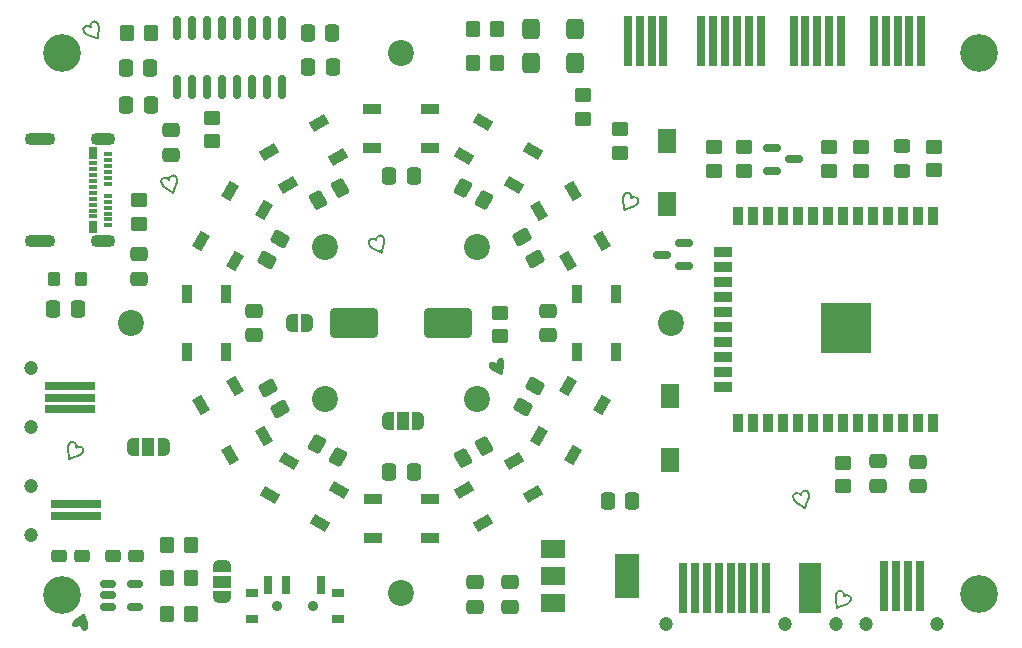
<source format=gbr>
%TF.GenerationSoftware,KiCad,Pcbnew,7.0.1*%
%TF.CreationDate,2023-03-19T17:11:43+00:00*%
%TF.ProjectId,ImogenWren,496d6f67-656e-4577-9265-6e2e6b696361,rev?*%
%TF.SameCoordinates,Original*%
%TF.FileFunction,Soldermask,Bot*%
%TF.FilePolarity,Negative*%
%FSLAX46Y46*%
G04 Gerber Fmt 4.6, Leading zero omitted, Abs format (unit mm)*
G04 Created by KiCad (PCBNEW 7.0.1) date 2023-03-19 17:11:43*
%MOMM*%
%LPD*%
G01*
G04 APERTURE LIST*
G04 Aperture macros list*
%AMRoundRect*
0 Rectangle with rounded corners*
0 $1 Rounding radius*
0 $2 $3 $4 $5 $6 $7 $8 $9 X,Y pos of 4 corners*
0 Add a 4 corners polygon primitive as box body*
4,1,4,$2,$3,$4,$5,$6,$7,$8,$9,$2,$3,0*
0 Add four circle primitives for the rounded corners*
1,1,$1+$1,$2,$3*
1,1,$1+$1,$4,$5*
1,1,$1+$1,$6,$7*
1,1,$1+$1,$8,$9*
0 Add four rect primitives between the rounded corners*
20,1,$1+$1,$2,$3,$4,$5,0*
20,1,$1+$1,$4,$5,$6,$7,0*
20,1,$1+$1,$6,$7,$8,$9,0*
20,1,$1+$1,$8,$9,$2,$3,0*%
%AMRotRect*
0 Rectangle, with rotation*
0 The origin of the aperture is its center*
0 $1 length*
0 $2 width*
0 $3 Rotation angle, in degrees counterclockwise*
0 Add horizontal line*
21,1,$1,$2,0,0,$3*%
%AMFreePoly0*
4,1,19,0.550000,-0.750000,0.000000,-0.750000,0.000000,-0.744911,-0.071157,-0.744911,-0.207708,-0.704816,-0.327430,-0.627875,-0.420627,-0.520320,-0.479746,-0.390866,-0.500000,-0.250000,-0.500000,0.250000,-0.479746,0.390866,-0.420627,0.520320,-0.327430,0.627875,-0.207708,0.704816,-0.071157,0.744911,0.000000,0.744911,0.000000,0.750000,0.550000,0.750000,0.550000,-0.750000,0.550000,-0.750000,
$1*%
%AMFreePoly1*
4,1,19,0.000000,0.744911,0.071157,0.744911,0.207708,0.704816,0.327430,0.627875,0.420627,0.520320,0.479746,0.390866,0.500000,0.250000,0.500000,-0.250000,0.479746,-0.390866,0.420627,-0.520320,0.327430,-0.627875,0.207708,-0.704816,0.071157,-0.744911,0.000000,-0.744911,0.000000,-0.750000,-0.550000,-0.750000,-0.550000,0.750000,0.000000,0.750000,0.000000,0.744911,0.000000,0.744911,
$1*%
%AMFreePoly2*
4,1,19,0.500000,-0.750000,0.000000,-0.750000,0.000000,-0.744911,-0.071157,-0.744911,-0.207708,-0.704816,-0.327430,-0.627875,-0.420627,-0.520320,-0.479746,-0.390866,-0.500000,-0.250000,-0.500000,0.250000,-0.479746,0.390866,-0.420627,0.520320,-0.327430,0.627875,-0.207708,0.704816,-0.071157,0.744911,0.000000,0.744911,0.000000,0.750000,0.500000,0.750000,0.500000,-0.750000,0.500000,-0.750000,
$1*%
%AMFreePoly3*
4,1,19,0.000000,0.744911,0.071157,0.744911,0.207708,0.704816,0.327430,0.627875,0.420627,0.520320,0.479746,0.390866,0.500000,0.250000,0.500000,-0.250000,0.479746,-0.390866,0.420627,-0.520320,0.327430,-0.627875,0.207708,-0.704816,0.071157,-0.744911,0.000000,-0.744911,0.000000,-0.750000,-0.500000,-0.750000,-0.500000,0.750000,0.000000,0.750000,0.000000,0.744911,0.000000,0.744911,
$1*%
G04 Aperture macros list end*
%ADD10C,0.300000*%
%ADD11R,0.900000X1.500000*%
%ADD12R,1.500000X0.900000*%
%ADD13C,0.600000*%
%ADD14R,4.200000X4.200000*%
%ADD15C,1.200000*%
%ADD16C,2.200000*%
%ADD17C,3.200000*%
%ADD18RoundRect,0.250000X-0.475000X0.337500X-0.475000X-0.337500X0.475000X-0.337500X0.475000X0.337500X0*%
%ADD19R,0.700000X4.300000*%
%ADD20RoundRect,0.250000X0.400000X0.275000X-0.400000X0.275000X-0.400000X-0.275000X0.400000X-0.275000X0*%
%ADD21RoundRect,0.250000X-0.275000X-0.350000X0.275000X-0.350000X0.275000X0.350000X-0.275000X0.350000X0*%
%ADD22RoundRect,0.250000X-0.450000X0.325000X-0.450000X-0.325000X0.450000X-0.325000X0.450000X0.325000X0*%
%ADD23RoundRect,0.250000X-0.337500X-0.475000X0.337500X-0.475000X0.337500X0.475000X-0.337500X0.475000X0*%
%ADD24RoundRect,0.150000X0.150000X-0.825000X0.150000X0.825000X-0.150000X0.825000X-0.150000X-0.825000X0*%
%ADD25FreePoly0,0.000000*%
%ADD26R,1.000000X1.500000*%
%ADD27FreePoly1,0.000000*%
%ADD28FreePoly0,270.000000*%
%ADD29R,1.500000X1.000000*%
%ADD30FreePoly1,270.000000*%
%ADD31RotRect,1.500000X0.900000X150.000000*%
%ADD32RoundRect,0.250000X0.054784X0.580112X-0.529784X0.242612X-0.054784X-0.580112X0.529784X-0.242612X0*%
%ADD33RoundRect,0.250000X-0.350000X-0.450000X0.350000X-0.450000X0.350000X0.450000X-0.350000X0.450000X0*%
%ADD34RoundRect,0.250000X0.350000X0.450000X-0.350000X0.450000X-0.350000X-0.450000X0.350000X-0.450000X0*%
%ADD35RoundRect,0.250000X0.580112X-0.054784X0.242612X0.529784X-0.580112X0.054784X-0.242612X-0.529784X0*%
%ADD36RoundRect,0.284615X0.455385X0.565385X-0.455385X0.565385X-0.455385X-0.565385X0.455385X-0.565385X0*%
%ADD37RoundRect,0.286538X0.458462X0.563462X-0.458462X0.563462X-0.458462X-0.563462X0.458462X-0.563462X0*%
%ADD38RoundRect,0.250000X-0.450000X0.350000X-0.450000X-0.350000X0.450000X-0.350000X0.450000X0.350000X0*%
%ADD39RoundRect,0.250000X-0.580112X0.054784X-0.242612X-0.529784X0.580112X-0.054784X0.242612X0.529784X0*%
%ADD40RoundRect,0.250000X0.337500X0.475000X-0.337500X0.475000X-0.337500X-0.475000X0.337500X-0.475000X0*%
%ADD41FreePoly2,180.000000*%
%ADD42FreePoly3,180.000000*%
%ADD43RotRect,1.500000X0.900000X120.000000*%
%ADD44RotRect,1.500000X0.900000X60.000000*%
%ADD45R,4.300000X0.700000*%
%ADD46R,0.700000X0.300000*%
%ADD47R,0.700000X1.000000*%
%ADD48O,2.600000X1.100000*%
%ADD49O,2.100000X1.100000*%
%ADD50RotRect,1.500000X0.900000X300.000000*%
%ADD51R,2.000000X1.500000*%
%ADD52R,2.000000X3.800000*%
%ADD53RoundRect,0.250000X0.529784X0.242612X-0.054784X0.580112X-0.529784X-0.242612X0.054784X-0.580112X0*%
%ADD54RoundRect,0.250000X0.450000X-0.350000X0.450000X0.350000X-0.450000X0.350000X-0.450000X-0.350000X0*%
%ADD55RoundRect,0.250000X-0.529784X-0.242612X0.054784X-0.580112X0.529784X0.242612X-0.054784X0.580112X0*%
%ADD56RoundRect,0.250000X-1.750000X-1.000000X1.750000X-1.000000X1.750000X1.000000X-1.750000X1.000000X0*%
%ADD57RoundRect,0.150000X-0.587500X-0.150000X0.587500X-0.150000X0.587500X0.150000X-0.587500X0.150000X0*%
%ADD58R,1.000000X0.800000*%
%ADD59C,0.900000*%
%ADD60R,0.700000X1.500000*%
%ADD61RotRect,1.500000X0.900000X210.000000*%
%ADD62RotRect,1.500000X0.900000X30.000000*%
%ADD63RotRect,1.500000X0.900000X330.000000*%
%ADD64RoundRect,0.250000X0.242612X-0.529784X0.580112X0.054784X-0.242612X0.529784X-0.580112X-0.054784X0*%
%ADD65R,1.600000X2.000000*%
%ADD66RoundRect,0.250000X-0.054784X-0.580112X0.529784X-0.242612X0.054784X0.580112X-0.529784X0.242612X0*%
%ADD67RotRect,1.500000X0.900000X240.000000*%
%ADD68RoundRect,0.150000X0.587500X0.150000X-0.587500X0.150000X-0.587500X-0.150000X0.587500X-0.150000X0*%
%ADD69RoundRect,0.250000X-0.242612X0.529784X-0.580112X-0.054784X0.242612X-0.529784X0.580112X0.054784X0*%
%ADD70RoundRect,0.250000X0.475000X-0.337500X0.475000X0.337500X-0.475000X0.337500X-0.475000X-0.337500X0*%
%ADD71R,1.874000X4.300000*%
%ADD72RoundRect,0.150000X-0.512500X-0.150000X0.512500X-0.150000X0.512500X0.150000X-0.512500X0.150000X0*%
G04 APERTURE END LIST*
D10*
G36*
X151749156Y-98403385D02*
G01*
X151743131Y-98389923D01*
X151736293Y-98373058D01*
X151730225Y-98356150D01*
X151724926Y-98339198D01*
X151720396Y-98322204D01*
X151716636Y-98305166D01*
X151714749Y-98294923D01*
X151712263Y-98277888D01*
X151710729Y-98261159D01*
X151710147Y-98244736D01*
X151710517Y-98228619D01*
X151711839Y-98212808D01*
X151714113Y-98197303D01*
X151715289Y-98191187D01*
X151718946Y-98176049D01*
X151723753Y-98161304D01*
X151729710Y-98146950D01*
X151736816Y-98132987D01*
X151745073Y-98119416D01*
X151754479Y-98106237D01*
X151758563Y-98101074D01*
X151769491Y-98088526D01*
X151781697Y-98076644D01*
X151795181Y-98065429D01*
X151809944Y-98054882D01*
X151822674Y-98046924D01*
X151836223Y-98039394D01*
X151850590Y-98032290D01*
X151864476Y-98026000D01*
X151878118Y-98020193D01*
X151895929Y-98013201D01*
X151913306Y-98007069D01*
X151930251Y-98001795D01*
X151946762Y-97997380D01*
X151962839Y-97993824D01*
X151978484Y-97991127D01*
X151986144Y-97990101D01*
X152001086Y-97988553D01*
X152019240Y-97987323D01*
X152036813Y-97986878D01*
X152053804Y-97987217D01*
X152070213Y-97988341D01*
X152086041Y-97990249D01*
X152095258Y-97991771D01*
X152110068Y-97994720D01*
X152124424Y-97998138D01*
X152141054Y-98002856D01*
X152157031Y-98008248D01*
X152172356Y-98014314D01*
X152182211Y-98018732D01*
X152196346Y-98025476D01*
X152209987Y-98032137D01*
X152223136Y-98038716D01*
X152237852Y-98046287D01*
X152251897Y-98053745D01*
X152265305Y-98060627D01*
X152280059Y-98067573D01*
X152294204Y-98073540D01*
X152309390Y-98079082D01*
X152323920Y-98082468D01*
X152339863Y-98082423D01*
X152355596Y-98078371D01*
X152360275Y-98076374D01*
X152374083Y-98068273D01*
X152385253Y-98058076D01*
X152393782Y-98045785D01*
X152397381Y-98038051D01*
X152402736Y-98022930D01*
X152407159Y-98008305D01*
X152411264Y-97992565D01*
X152414596Y-97977877D01*
X152417701Y-97962421D01*
X152421025Y-97946438D01*
X152424568Y-97929928D01*
X152427778Y-97915357D01*
X152430576Y-97902918D01*
X152434421Y-97887666D01*
X152439225Y-97872337D01*
X152444987Y-97856931D01*
X152451708Y-97841447D01*
X152459388Y-97825886D01*
X152462161Y-97820681D01*
X152469674Y-97807581D01*
X152478178Y-97794532D01*
X152487672Y-97781535D01*
X152498158Y-97768588D01*
X152509635Y-97755692D01*
X152522103Y-97742848D01*
X152527367Y-97737724D01*
X152538476Y-97727617D01*
X152550595Y-97717697D01*
X152563722Y-97707963D01*
X152577858Y-97698415D01*
X152593004Y-97689053D01*
X152609158Y-97679878D01*
X152626322Y-97670889D01*
X152639857Y-97664270D01*
X152644494Y-97662087D01*
X152658297Y-97656036D01*
X152675382Y-97649634D01*
X152692279Y-97644524D01*
X152708989Y-97640705D01*
X152725512Y-97638178D01*
X152741847Y-97636942D01*
X152751559Y-97636820D01*
X152767337Y-97637476D01*
X152782719Y-97639186D01*
X152797704Y-97641949D01*
X152812292Y-97645766D01*
X152826483Y-97650636D01*
X152840277Y-97656560D01*
X152845683Y-97659224D01*
X152858788Y-97666480D01*
X152871532Y-97674615D01*
X152883916Y-97683628D01*
X152895941Y-97693519D01*
X152907605Y-97704289D01*
X152918908Y-97715938D01*
X152923329Y-97720843D01*
X152933897Y-97733516D01*
X152943944Y-97746767D01*
X152953472Y-97760595D01*
X152962480Y-97775002D01*
X152970967Y-97789987D01*
X152978935Y-97805550D01*
X152981977Y-97811937D01*
X152988083Y-97825324D01*
X152996700Y-97845332D01*
X153004665Y-97865252D01*
X153011979Y-97885086D01*
X153018640Y-97904833D01*
X153024651Y-97924493D01*
X153030009Y-97944066D01*
X153034716Y-97963551D01*
X153038771Y-97982950D01*
X153042175Y-98002263D01*
X153044927Y-98021488D01*
X153047098Y-98040696D01*
X153048883Y-98059899D01*
X153050282Y-98079098D01*
X153051295Y-98098292D01*
X153051923Y-98117481D01*
X153052164Y-98136665D01*
X153052019Y-98155845D01*
X153051489Y-98175020D01*
X153050572Y-98194190D01*
X153049269Y-98213355D01*
X153048187Y-98226129D01*
X153046262Y-98245226D01*
X153044053Y-98264320D01*
X153041558Y-98283412D01*
X153038778Y-98302502D01*
X153035713Y-98321591D01*
X153032363Y-98340677D01*
X153028727Y-98359761D01*
X153024807Y-98378843D01*
X153020601Y-98397923D01*
X153016110Y-98417001D01*
X153012958Y-98429719D01*
X153008042Y-98448866D01*
X153003066Y-98468098D01*
X152998030Y-98487415D01*
X152992934Y-98506817D01*
X152987779Y-98526303D01*
X152982563Y-98545874D01*
X152977288Y-98565530D01*
X152971952Y-98585271D01*
X152966557Y-98605096D01*
X152961101Y-98625007D01*
X152957431Y-98638327D01*
X152953132Y-98655145D01*
X152948777Y-98671904D01*
X152944366Y-98688603D01*
X152939899Y-98705244D01*
X152935376Y-98721825D01*
X152933855Y-98727339D01*
X152929416Y-98743938D01*
X152925239Y-98760670D01*
X152921322Y-98777537D01*
X152917668Y-98794538D01*
X152914274Y-98811672D01*
X152913201Y-98817413D01*
X152910690Y-98833118D01*
X152908350Y-98848256D01*
X152905867Y-98864566D01*
X152903843Y-98877966D01*
X152901158Y-98894974D01*
X152898325Y-98912335D01*
X152895851Y-98927073D01*
X152893275Y-98942055D01*
X152890595Y-98957283D01*
X152887813Y-98972757D01*
X152884826Y-98988041D01*
X152881838Y-99002813D01*
X152878249Y-99019864D01*
X152874657Y-99036176D01*
X152871062Y-99051751D01*
X152868664Y-99061725D01*
X152864560Y-99077185D01*
X152859558Y-99092044D01*
X152851432Y-99104525D01*
X152836375Y-99107460D01*
X152821025Y-99105466D01*
X152813762Y-99103496D01*
X152798314Y-99098288D01*
X152784061Y-99092414D01*
X152769474Y-99085416D01*
X152762885Y-99081945D01*
X152749856Y-99074757D01*
X152735715Y-99066610D01*
X152722120Y-99058400D01*
X152713360Y-99052893D01*
X152700811Y-99045151D01*
X152687328Y-99037430D01*
X152674944Y-99031191D01*
X152658340Y-99022038D01*
X152641623Y-99013101D01*
X152624792Y-99004382D01*
X152607848Y-98995880D01*
X152590790Y-98987596D01*
X152573618Y-98979528D01*
X152556333Y-98971677D01*
X152538935Y-98964044D01*
X152521396Y-98956502D01*
X152503766Y-98949090D01*
X152486046Y-98941809D01*
X152468235Y-98934658D01*
X152450333Y-98927639D01*
X152432341Y-98920750D01*
X152414258Y-98913991D01*
X152396084Y-98907364D01*
X152376897Y-98899712D01*
X152357827Y-98892005D01*
X152338874Y-98884244D01*
X152320038Y-98876429D01*
X152301318Y-98868559D01*
X152282715Y-98860635D01*
X152264229Y-98852656D01*
X152245859Y-98844623D01*
X152227606Y-98836535D01*
X152209470Y-98828393D01*
X152197444Y-98822935D01*
X152179501Y-98814632D01*
X152161795Y-98806076D01*
X152144326Y-98797268D01*
X152127095Y-98788206D01*
X152110101Y-98778892D01*
X152093344Y-98769325D01*
X152076825Y-98759505D01*
X152060544Y-98749433D01*
X152044499Y-98739107D01*
X152028693Y-98728529D01*
X152018287Y-98721336D01*
X152002886Y-98710300D01*
X151987746Y-98698936D01*
X151972865Y-98687245D01*
X151958244Y-98675227D01*
X151943882Y-98662881D01*
X151929780Y-98650209D01*
X151915937Y-98637209D01*
X151902354Y-98623883D01*
X151889031Y-98610229D01*
X151875967Y-98596248D01*
X151867402Y-98586746D01*
X151854742Y-98572145D01*
X151842407Y-98557008D01*
X151830399Y-98541335D01*
X151818716Y-98525127D01*
X151807359Y-98508383D01*
X151796328Y-98491104D01*
X151785622Y-98473289D01*
X151775242Y-98454938D01*
X151765188Y-98436052D01*
X151755460Y-98416630D01*
X151749156Y-98403385D01*
G37*
G36*
X181454999Y-117264329D02*
G01*
X181473614Y-117265660D01*
X181492499Y-117268051D01*
X181511616Y-117271593D01*
X181526082Y-117275065D01*
X181540658Y-117279236D01*
X181555344Y-117284106D01*
X181570141Y-117289674D01*
X181585047Y-117295942D01*
X181600063Y-117302909D01*
X181615189Y-117310575D01*
X181630425Y-117318940D01*
X181645771Y-117328004D01*
X181650911Y-117331181D01*
X181666624Y-117341412D01*
X181681609Y-117352010D01*
X181695864Y-117362977D01*
X181709390Y-117374311D01*
X181722186Y-117386013D01*
X181734253Y-117398083D01*
X181745591Y-117410520D01*
X181756200Y-117423325D01*
X181766271Y-117436159D01*
X181775898Y-117448838D01*
X181785083Y-117461361D01*
X181793825Y-117473729D01*
X181802124Y-117485942D01*
X181811875Y-117500989D01*
X181820934Y-117515794D01*
X181824364Y-117521648D01*
X181832467Y-117535943D01*
X181840100Y-117549774D01*
X181847263Y-117563144D01*
X181855238Y-117578576D01*
X181862535Y-117593342D01*
X181868099Y-117605138D01*
X181875545Y-117619891D01*
X181884146Y-117633771D01*
X181893938Y-117645584D01*
X181902744Y-117652707D01*
X181916916Y-117658500D01*
X181933072Y-117661533D01*
X181948475Y-117662830D01*
X181960997Y-117663187D01*
X181977347Y-117663400D01*
X181994681Y-117663985D01*
X182009876Y-117664756D01*
X182025755Y-117665784D01*
X182042316Y-117667071D01*
X182059559Y-117668615D01*
X182077435Y-117670565D01*
X182092155Y-117672523D01*
X182107248Y-117674836D01*
X182122713Y-117677503D01*
X182138551Y-117680525D01*
X182154761Y-117683901D01*
X182171344Y-117687631D01*
X182184026Y-117690661D01*
X182201016Y-117695101D01*
X182217946Y-117700328D01*
X182234818Y-117706341D01*
X182251629Y-117713140D01*
X182268382Y-117720726D01*
X182285075Y-117729098D01*
X182301708Y-117738256D01*
X182318282Y-117748201D01*
X182331099Y-117756559D01*
X182343334Y-117765253D01*
X182354988Y-117774281D01*
X182369621Y-117786841D01*
X182383220Y-117799996D01*
X182395786Y-117813747D01*
X182407317Y-117828095D01*
X182417815Y-117843038D01*
X182425010Y-117854637D01*
X182433745Y-117870321D01*
X182441597Y-117886251D01*
X182448568Y-117902426D01*
X182454656Y-117918847D01*
X182459862Y-117935512D01*
X182464186Y-117952423D01*
X182467627Y-117969579D01*
X182470187Y-117986980D01*
X182471937Y-118004477D01*
X182472855Y-118022075D01*
X182472940Y-118039773D01*
X182472193Y-118057572D01*
X182470614Y-118075472D01*
X182468202Y-118093472D01*
X182464957Y-118111574D01*
X182460880Y-118129776D01*
X182456012Y-118147774D01*
X182450454Y-118165517D01*
X182444205Y-118183003D01*
X182437265Y-118200234D01*
X182429635Y-118217208D01*
X182421315Y-118233927D01*
X182412304Y-118250389D01*
X182402602Y-118266595D01*
X182393249Y-118281163D01*
X182383535Y-118295506D01*
X182373460Y-118309623D01*
X182363025Y-118323515D01*
X182352230Y-118337182D01*
X182341074Y-118350623D01*
X182329558Y-118363839D01*
X182317681Y-118376830D01*
X182305444Y-118389596D01*
X182292847Y-118402137D01*
X182284248Y-118410372D01*
X182271123Y-118422523D01*
X182257786Y-118434418D01*
X182244235Y-118446060D01*
X182230471Y-118457446D01*
X182216495Y-118468578D01*
X182202305Y-118479456D01*
X182187902Y-118490079D01*
X182173287Y-118500447D01*
X182158458Y-118510561D01*
X182143416Y-118520420D01*
X182133270Y-118526851D01*
X182117889Y-118536211D01*
X182102369Y-118545354D01*
X182086710Y-118554282D01*
X182070913Y-118562995D01*
X182054977Y-118571492D01*
X182038903Y-118579773D01*
X182022690Y-118587838D01*
X182006339Y-118595687D01*
X181989849Y-118603321D01*
X181973220Y-118610740D01*
X181962057Y-118615565D01*
X181945273Y-118622507D01*
X181928546Y-118629187D01*
X181911875Y-118635607D01*
X181895261Y-118641767D01*
X181878704Y-118647665D01*
X181862203Y-118653303D01*
X181845759Y-118658679D01*
X181829371Y-118663796D01*
X181813040Y-118668651D01*
X181796766Y-118673245D01*
X181785948Y-118676164D01*
X181768910Y-118681011D01*
X181751947Y-118685841D01*
X181735057Y-118690655D01*
X181718241Y-118695451D01*
X181701499Y-118700230D01*
X181684832Y-118704992D01*
X181678185Y-118706892D01*
X181661665Y-118711660D01*
X181645187Y-118716665D01*
X181628751Y-118721907D01*
X181612356Y-118727386D01*
X181596004Y-118733102D01*
X181579693Y-118739056D01*
X181573180Y-118741503D01*
X181558462Y-118747905D01*
X181543676Y-118754603D01*
X181529823Y-118761038D01*
X181514579Y-118768248D01*
X181497942Y-118776234D01*
X181483631Y-118783181D01*
X181468821Y-118790343D01*
X181453905Y-118797439D01*
X181438881Y-118804467D01*
X181423751Y-118811429D01*
X181408514Y-118818324D01*
X181393170Y-118825153D01*
X181377720Y-118831914D01*
X181362162Y-118838609D01*
X181346565Y-118845023D01*
X181331149Y-118851037D01*
X181315916Y-118856652D01*
X181300864Y-118861867D01*
X181285994Y-118866684D01*
X181271307Y-118871101D01*
X181256801Y-118875118D01*
X181242478Y-118878737D01*
X181225316Y-118882325D01*
X181209532Y-118884349D01*
X181192411Y-118884712D01*
X181177275Y-118882823D01*
X181162125Y-118877771D01*
X181156459Y-118874667D01*
X181145116Y-118865221D01*
X181135204Y-118851954D01*
X181127594Y-118836952D01*
X181122629Y-118823719D01*
X181118092Y-118809372D01*
X181114009Y-118794640D01*
X181110379Y-118779523D01*
X181107202Y-118764020D01*
X181104478Y-118748133D01*
X181103670Y-118742751D01*
X181101393Y-118726393D01*
X181099339Y-118710114D01*
X181097508Y-118693915D01*
X181095902Y-118677794D01*
X181094520Y-118661753D01*
X181094109Y-118656423D01*
X181092999Y-118640992D01*
X181091734Y-118624659D01*
X181090330Y-118608196D01*
X181088803Y-118592483D01*
X181088472Y-118589395D01*
X181086790Y-118568903D01*
X181084939Y-118548464D01*
X181082917Y-118528078D01*
X181080726Y-118507745D01*
X181078364Y-118487466D01*
X181075833Y-118467240D01*
X181073131Y-118447067D01*
X181070260Y-118426947D01*
X181067219Y-118406881D01*
X181064007Y-118386868D01*
X181061772Y-118373555D01*
X181058364Y-118353536D01*
X181054885Y-118333495D01*
X181051336Y-118313433D01*
X181047717Y-118293349D01*
X181044027Y-118273245D01*
X181040267Y-118253119D01*
X181036437Y-118232973D01*
X181032536Y-118212805D01*
X181028566Y-118192616D01*
X181024524Y-118172406D01*
X181021791Y-118158921D01*
X181017572Y-118137554D01*
X181013772Y-118116143D01*
X181010392Y-118094686D01*
X181007431Y-118073185D01*
X181004890Y-118051639D01*
X181002769Y-118030048D01*
X181001067Y-118008411D01*
X180999785Y-117986730D01*
X180998922Y-117965004D01*
X180998784Y-117958214D01*
X181170738Y-117958214D01*
X181170952Y-117973103D01*
X181171388Y-117988024D01*
X181172048Y-118002979D01*
X181172611Y-118012966D01*
X181173645Y-118027878D01*
X181174837Y-118042743D01*
X181176186Y-118057563D01*
X181177693Y-118072337D01*
X181179358Y-118087065D01*
X181181181Y-118101748D01*
X181183161Y-118116385D01*
X181185299Y-118130976D01*
X181187595Y-118145521D01*
X181190048Y-118160021D01*
X181191771Y-118169662D01*
X181194916Y-118185802D01*
X181197628Y-118201991D01*
X181200120Y-118218156D01*
X181202266Y-118232839D01*
X181204546Y-118249077D01*
X181206961Y-118266871D01*
X181207586Y-118271562D01*
X181210148Y-118290504D01*
X181212859Y-118309661D01*
X181214990Y-118324169D01*
X181217206Y-118338798D01*
X181219505Y-118353549D01*
X181221888Y-118368420D01*
X181224355Y-118383411D01*
X181226907Y-118398524D01*
X181229542Y-118413757D01*
X181232261Y-118429111D01*
X181235019Y-118444391D01*
X181237771Y-118459401D01*
X181240517Y-118474142D01*
X181243256Y-118488613D01*
X181246899Y-118507488D01*
X181250531Y-118525884D01*
X181254153Y-118543800D01*
X181257763Y-118561237D01*
X181261362Y-118578195D01*
X181264853Y-118593943D01*
X181269144Y-118611041D01*
X181273355Y-118625261D01*
X181279117Y-118640338D01*
X181287854Y-118652638D01*
X181302984Y-118655386D01*
X181318696Y-118653718D01*
X181325562Y-118652440D01*
X181340518Y-118648987D01*
X181354855Y-118645241D01*
X181370359Y-118640819D01*
X181384576Y-118636489D01*
X181394531Y-118633327D01*
X181410015Y-118628210D01*
X181425888Y-118622910D01*
X181442147Y-118617427D01*
X181458795Y-118611761D01*
X181472964Y-118606899D01*
X181481595Y-118603921D01*
X181495930Y-118598777D01*
X181510078Y-118593664D01*
X181524037Y-118588581D01*
X181537809Y-118583528D01*
X181554088Y-118577504D01*
X181570096Y-118571525D01*
X181585648Y-118565716D01*
X181600559Y-118560205D01*
X181614828Y-118554991D01*
X181630664Y-118549285D01*
X181645627Y-118543984D01*
X181661213Y-118538441D01*
X181676091Y-118533256D01*
X181690453Y-118528430D01*
X181694634Y-118527086D01*
X181709284Y-118523031D01*
X181723964Y-118518820D01*
X181738672Y-118514452D01*
X181753410Y-118509928D01*
X181768178Y-118505247D01*
X181782975Y-118500410D01*
X181797801Y-118495417D01*
X181812656Y-118490267D01*
X181827541Y-118484962D01*
X181842455Y-118479499D01*
X181852414Y-118475771D01*
X181867350Y-118469977D01*
X181882187Y-118464000D01*
X181896926Y-118457840D01*
X181911566Y-118451496D01*
X181926109Y-118444970D01*
X181940553Y-118438261D01*
X181954898Y-118431370D01*
X181969146Y-118424295D01*
X181983295Y-118417037D01*
X181997346Y-118409596D01*
X182006658Y-118404534D01*
X182020479Y-118396674D01*
X182034112Y-118388590D01*
X182047559Y-118380283D01*
X182060818Y-118371753D01*
X182073891Y-118363000D01*
X182086776Y-118354024D01*
X182099474Y-118344824D01*
X182111985Y-118335401D01*
X182124310Y-118325755D01*
X182136447Y-118315886D01*
X182144434Y-118309182D01*
X182156188Y-118298897D01*
X182167614Y-118288299D01*
X182178710Y-118277390D01*
X182189477Y-118266168D01*
X182199915Y-118254635D01*
X182210024Y-118242790D01*
X182219804Y-118230632D01*
X182229255Y-118218163D01*
X182238377Y-118205382D01*
X182247169Y-118192289D01*
X182252848Y-118183387D01*
X182262251Y-118167538D01*
X182270656Y-118151680D01*
X182278064Y-118135814D01*
X182284475Y-118119941D01*
X182289888Y-118104059D01*
X182294304Y-118088169D01*
X182297723Y-118072271D01*
X182300144Y-118056365D01*
X182301568Y-118040450D01*
X182301995Y-118024528D01*
X182301725Y-118013909D01*
X182300164Y-117998187D01*
X182297072Y-117982960D01*
X182292449Y-117968226D01*
X182286295Y-117953985D01*
X182278610Y-117940239D01*
X182269394Y-117926986D01*
X182258647Y-117914227D01*
X182246368Y-117901961D01*
X182232558Y-117890189D01*
X182217218Y-117878911D01*
X182206140Y-117871667D01*
X182190737Y-117862353D01*
X182175755Y-117853922D01*
X182161193Y-117846375D01*
X182147050Y-117839711D01*
X182133328Y-117833931D01*
X182116765Y-117827948D01*
X182100859Y-117823346D01*
X182094680Y-117821891D01*
X182079445Y-117819014D01*
X182064564Y-117817223D01*
X182047175Y-117816508D01*
X182030297Y-117817357D01*
X182013930Y-117819771D01*
X182003302Y-117822249D01*
X181987872Y-117826722D01*
X181972976Y-117831893D01*
X181958616Y-117837763D01*
X181944791Y-117844332D01*
X181931501Y-117851601D01*
X181927190Y-117854179D01*
X181914454Y-117861930D01*
X181899868Y-117870720D01*
X181885575Y-117879240D01*
X181871577Y-117887488D01*
X181861757Y-117893213D01*
X181848386Y-117900533D01*
X181833559Y-117907766D01*
X181819217Y-117913790D01*
X181805361Y-117918605D01*
X181803663Y-117919122D01*
X181788243Y-117921389D01*
X181772607Y-117919627D01*
X181758528Y-117914677D01*
X181747857Y-117908874D01*
X181736233Y-117899732D01*
X181726798Y-117887339D01*
X181721026Y-117872594D01*
X181720009Y-117867712D01*
X181717882Y-117852061D01*
X181716713Y-117836993D01*
X181716223Y-117820838D01*
X181716353Y-117805811D01*
X181716829Y-117789963D01*
X181717308Y-117773580D01*
X181717792Y-117756662D01*
X181718209Y-117741735D01*
X181718559Y-117728996D01*
X181718561Y-117713348D01*
X181717811Y-117697687D01*
X181716311Y-117682013D01*
X181714060Y-117666324D01*
X181711058Y-117650623D01*
X181709891Y-117645386D01*
X181705552Y-117629507D01*
X181699878Y-117613674D01*
X181692868Y-117597888D01*
X181686007Y-117584768D01*
X181678219Y-117571681D01*
X181671320Y-117561235D01*
X181661633Y-117548337D01*
X181650560Y-117535733D01*
X181638101Y-117523423D01*
X181624256Y-117511407D01*
X181612182Y-117502006D01*
X181599221Y-117492793D01*
X181585372Y-117483768D01*
X181572743Y-117476123D01*
X181554207Y-117465834D01*
X181536161Y-117456960D01*
X181518606Y-117449501D01*
X181501541Y-117443457D01*
X181484967Y-117438829D01*
X181468882Y-117435615D01*
X181453288Y-117433817D01*
X181438184Y-117433433D01*
X181418808Y-117435123D01*
X181409447Y-117436911D01*
X181391135Y-117442398D01*
X181377589Y-117448296D01*
X181364204Y-117455722D01*
X181350980Y-117464677D01*
X181337918Y-117475160D01*
X181325017Y-117487172D01*
X181312277Y-117500712D01*
X181299698Y-117515781D01*
X181287280Y-117532377D01*
X181275024Y-117550503D01*
X181270975Y-117556884D01*
X181263112Y-117569819D01*
X181255614Y-117582876D01*
X181248481Y-117596054D01*
X181241712Y-117609354D01*
X181235307Y-117622775D01*
X181229267Y-117636317D01*
X181223592Y-117649981D01*
X181218281Y-117663767D01*
X181213335Y-117677674D01*
X181208753Y-117691702D01*
X181205902Y-117701122D01*
X181201815Y-117715282D01*
X181197983Y-117729496D01*
X181194407Y-117743762D01*
X181191085Y-117758082D01*
X181188020Y-117772456D01*
X181185209Y-117786882D01*
X181182654Y-117801362D01*
X181180354Y-117815895D01*
X181178310Y-117830481D01*
X181176521Y-117845120D01*
X181175470Y-117854909D01*
X181174126Y-117869569D01*
X181173005Y-117884261D01*
X181172106Y-117898986D01*
X181171430Y-117913744D01*
X181170977Y-117928535D01*
X181170746Y-117943358D01*
X181170738Y-117958214D01*
X180998784Y-117958214D01*
X180998479Y-117943233D01*
X180998456Y-117921417D01*
X180998852Y-117899557D01*
X180999668Y-117877651D01*
X181000903Y-117855700D01*
X181002558Y-117833704D01*
X181004633Y-117811664D01*
X181007235Y-117789668D01*
X181010423Y-117767883D01*
X181014199Y-117746309D01*
X181018561Y-117724947D01*
X181023510Y-117703797D01*
X181029046Y-117682858D01*
X181035169Y-117662130D01*
X181041878Y-117641614D01*
X181049175Y-117621309D01*
X181057058Y-117601215D01*
X181065527Y-117581333D01*
X181074584Y-117561662D01*
X181084227Y-117542203D01*
X181094458Y-117522955D01*
X181105275Y-117503919D01*
X181116678Y-117485094D01*
X181125728Y-117470963D01*
X181134969Y-117457232D01*
X181144400Y-117443901D01*
X181154022Y-117430971D01*
X181163834Y-117418440D01*
X181173836Y-117406309D01*
X181184030Y-117394578D01*
X181194413Y-117383248D01*
X181204987Y-117372317D01*
X181215752Y-117361786D01*
X181223034Y-117354988D01*
X181234078Y-117345110D01*
X181249048Y-117332814D01*
X181264299Y-117321516D01*
X181279830Y-117311217D01*
X181295642Y-117301917D01*
X181311734Y-117293615D01*
X181328107Y-117286313D01*
X181344760Y-117280009D01*
X181348967Y-117278589D01*
X181365965Y-117273563D01*
X181383233Y-117269598D01*
X181400770Y-117266691D01*
X181418577Y-117264844D01*
X181436653Y-117264057D01*
X181454999Y-117264329D01*
G37*
G36*
X116454999Y-104664329D02*
G01*
X116473614Y-104665660D01*
X116492499Y-104668051D01*
X116511616Y-104671593D01*
X116526082Y-104675065D01*
X116540658Y-104679236D01*
X116555344Y-104684106D01*
X116570141Y-104689674D01*
X116585047Y-104695942D01*
X116600063Y-104702909D01*
X116615189Y-104710575D01*
X116630425Y-104718940D01*
X116645771Y-104728004D01*
X116650911Y-104731181D01*
X116666624Y-104741412D01*
X116681609Y-104752010D01*
X116695864Y-104762977D01*
X116709390Y-104774311D01*
X116722186Y-104786013D01*
X116734253Y-104798083D01*
X116745591Y-104810520D01*
X116756200Y-104823325D01*
X116766271Y-104836159D01*
X116775898Y-104848838D01*
X116785083Y-104861361D01*
X116793825Y-104873729D01*
X116802124Y-104885942D01*
X116811875Y-104900989D01*
X116820934Y-104915794D01*
X116824364Y-104921648D01*
X116832467Y-104935943D01*
X116840100Y-104949774D01*
X116847263Y-104963144D01*
X116855238Y-104978576D01*
X116862535Y-104993342D01*
X116868099Y-105005138D01*
X116875545Y-105019891D01*
X116884146Y-105033771D01*
X116893938Y-105045584D01*
X116902744Y-105052707D01*
X116916916Y-105058500D01*
X116933072Y-105061533D01*
X116948475Y-105062830D01*
X116960997Y-105063187D01*
X116977347Y-105063400D01*
X116994681Y-105063985D01*
X117009876Y-105064756D01*
X117025755Y-105065784D01*
X117042316Y-105067071D01*
X117059559Y-105068615D01*
X117077435Y-105070565D01*
X117092155Y-105072523D01*
X117107248Y-105074836D01*
X117122713Y-105077503D01*
X117138551Y-105080525D01*
X117154761Y-105083901D01*
X117171344Y-105087631D01*
X117184026Y-105090661D01*
X117201016Y-105095101D01*
X117217946Y-105100328D01*
X117234818Y-105106341D01*
X117251629Y-105113140D01*
X117268382Y-105120726D01*
X117285075Y-105129098D01*
X117301708Y-105138256D01*
X117318282Y-105148201D01*
X117331099Y-105156559D01*
X117343334Y-105165253D01*
X117354988Y-105174281D01*
X117369621Y-105186841D01*
X117383220Y-105199996D01*
X117395786Y-105213747D01*
X117407317Y-105228095D01*
X117417815Y-105243038D01*
X117425010Y-105254637D01*
X117433745Y-105270321D01*
X117441597Y-105286251D01*
X117448568Y-105302426D01*
X117454656Y-105318847D01*
X117459862Y-105335512D01*
X117464186Y-105352423D01*
X117467627Y-105369579D01*
X117470187Y-105386980D01*
X117471937Y-105404477D01*
X117472855Y-105422075D01*
X117472940Y-105439773D01*
X117472193Y-105457572D01*
X117470614Y-105475472D01*
X117468202Y-105493472D01*
X117464957Y-105511574D01*
X117460880Y-105529776D01*
X117456012Y-105547774D01*
X117450454Y-105565517D01*
X117444205Y-105583003D01*
X117437265Y-105600234D01*
X117429635Y-105617208D01*
X117421315Y-105633927D01*
X117412304Y-105650389D01*
X117402602Y-105666595D01*
X117393249Y-105681163D01*
X117383535Y-105695506D01*
X117373460Y-105709623D01*
X117363025Y-105723515D01*
X117352230Y-105737182D01*
X117341074Y-105750623D01*
X117329558Y-105763839D01*
X117317681Y-105776830D01*
X117305444Y-105789596D01*
X117292847Y-105802137D01*
X117284248Y-105810372D01*
X117271123Y-105822523D01*
X117257786Y-105834418D01*
X117244235Y-105846060D01*
X117230471Y-105857446D01*
X117216495Y-105868578D01*
X117202305Y-105879456D01*
X117187902Y-105890079D01*
X117173287Y-105900447D01*
X117158458Y-105910561D01*
X117143416Y-105920420D01*
X117133270Y-105926851D01*
X117117889Y-105936211D01*
X117102369Y-105945354D01*
X117086710Y-105954282D01*
X117070913Y-105962995D01*
X117054977Y-105971492D01*
X117038903Y-105979773D01*
X117022690Y-105987838D01*
X117006339Y-105995687D01*
X116989849Y-106003321D01*
X116973220Y-106010740D01*
X116962057Y-106015565D01*
X116945273Y-106022507D01*
X116928546Y-106029187D01*
X116911875Y-106035607D01*
X116895261Y-106041767D01*
X116878704Y-106047665D01*
X116862203Y-106053303D01*
X116845759Y-106058679D01*
X116829371Y-106063796D01*
X116813040Y-106068651D01*
X116796766Y-106073245D01*
X116785948Y-106076164D01*
X116768910Y-106081011D01*
X116751947Y-106085841D01*
X116735057Y-106090655D01*
X116718241Y-106095451D01*
X116701499Y-106100230D01*
X116684832Y-106104992D01*
X116678185Y-106106892D01*
X116661665Y-106111660D01*
X116645187Y-106116665D01*
X116628751Y-106121907D01*
X116612356Y-106127386D01*
X116596004Y-106133102D01*
X116579693Y-106139056D01*
X116573180Y-106141503D01*
X116558462Y-106147905D01*
X116543676Y-106154603D01*
X116529823Y-106161038D01*
X116514579Y-106168248D01*
X116497942Y-106176234D01*
X116483631Y-106183181D01*
X116468821Y-106190343D01*
X116453905Y-106197439D01*
X116438881Y-106204467D01*
X116423751Y-106211429D01*
X116408514Y-106218324D01*
X116393170Y-106225153D01*
X116377720Y-106231914D01*
X116362162Y-106238609D01*
X116346565Y-106245023D01*
X116331149Y-106251037D01*
X116315916Y-106256652D01*
X116300864Y-106261867D01*
X116285994Y-106266684D01*
X116271307Y-106271101D01*
X116256801Y-106275118D01*
X116242478Y-106278737D01*
X116225316Y-106282325D01*
X116209532Y-106284349D01*
X116192411Y-106284712D01*
X116177275Y-106282823D01*
X116162125Y-106277771D01*
X116156459Y-106274667D01*
X116145116Y-106265221D01*
X116135204Y-106251954D01*
X116127594Y-106236952D01*
X116122629Y-106223719D01*
X116118092Y-106209372D01*
X116114009Y-106194640D01*
X116110379Y-106179523D01*
X116107202Y-106164020D01*
X116104478Y-106148133D01*
X116103670Y-106142751D01*
X116101393Y-106126393D01*
X116099339Y-106110114D01*
X116097508Y-106093915D01*
X116095902Y-106077794D01*
X116094520Y-106061753D01*
X116094109Y-106056423D01*
X116092999Y-106040992D01*
X116091734Y-106024659D01*
X116090330Y-106008196D01*
X116088803Y-105992483D01*
X116088472Y-105989395D01*
X116086790Y-105968903D01*
X116084939Y-105948464D01*
X116082917Y-105928078D01*
X116080726Y-105907745D01*
X116078364Y-105887466D01*
X116075833Y-105867240D01*
X116073131Y-105847067D01*
X116070260Y-105826947D01*
X116067219Y-105806881D01*
X116064007Y-105786868D01*
X116061772Y-105773555D01*
X116058364Y-105753536D01*
X116054885Y-105733495D01*
X116051336Y-105713433D01*
X116047717Y-105693349D01*
X116044027Y-105673245D01*
X116040267Y-105653119D01*
X116036437Y-105632973D01*
X116032536Y-105612805D01*
X116028566Y-105592616D01*
X116024524Y-105572406D01*
X116021791Y-105558921D01*
X116017572Y-105537554D01*
X116013772Y-105516143D01*
X116010392Y-105494686D01*
X116007431Y-105473185D01*
X116004890Y-105451639D01*
X116002769Y-105430048D01*
X116001067Y-105408411D01*
X115999785Y-105386730D01*
X115998922Y-105365004D01*
X115998784Y-105358214D01*
X116170738Y-105358214D01*
X116170952Y-105373103D01*
X116171388Y-105388024D01*
X116172048Y-105402979D01*
X116172611Y-105412966D01*
X116173645Y-105427878D01*
X116174837Y-105442743D01*
X116176186Y-105457563D01*
X116177693Y-105472337D01*
X116179358Y-105487065D01*
X116181181Y-105501748D01*
X116183161Y-105516385D01*
X116185299Y-105530976D01*
X116187595Y-105545521D01*
X116190048Y-105560021D01*
X116191771Y-105569662D01*
X116194916Y-105585802D01*
X116197628Y-105601991D01*
X116200120Y-105618156D01*
X116202266Y-105632839D01*
X116204546Y-105649077D01*
X116206961Y-105666871D01*
X116207586Y-105671562D01*
X116210148Y-105690504D01*
X116212859Y-105709661D01*
X116214990Y-105724169D01*
X116217206Y-105738798D01*
X116219505Y-105753549D01*
X116221888Y-105768420D01*
X116224355Y-105783411D01*
X116226907Y-105798524D01*
X116229542Y-105813757D01*
X116232261Y-105829111D01*
X116235019Y-105844391D01*
X116237771Y-105859401D01*
X116240517Y-105874142D01*
X116243256Y-105888613D01*
X116246899Y-105907488D01*
X116250531Y-105925884D01*
X116254153Y-105943800D01*
X116257763Y-105961237D01*
X116261362Y-105978195D01*
X116264853Y-105993943D01*
X116269144Y-106011041D01*
X116273355Y-106025261D01*
X116279117Y-106040338D01*
X116287854Y-106052638D01*
X116302984Y-106055386D01*
X116318696Y-106053718D01*
X116325562Y-106052440D01*
X116340518Y-106048987D01*
X116354855Y-106045241D01*
X116370359Y-106040819D01*
X116384576Y-106036489D01*
X116394531Y-106033327D01*
X116410015Y-106028210D01*
X116425888Y-106022910D01*
X116442147Y-106017427D01*
X116458795Y-106011761D01*
X116472964Y-106006899D01*
X116481595Y-106003921D01*
X116495930Y-105998777D01*
X116510078Y-105993664D01*
X116524037Y-105988581D01*
X116537809Y-105983528D01*
X116554088Y-105977504D01*
X116570096Y-105971525D01*
X116585648Y-105965716D01*
X116600559Y-105960205D01*
X116614828Y-105954991D01*
X116630664Y-105949285D01*
X116645627Y-105943984D01*
X116661213Y-105938441D01*
X116676091Y-105933256D01*
X116690453Y-105928430D01*
X116694634Y-105927086D01*
X116709284Y-105923031D01*
X116723964Y-105918820D01*
X116738672Y-105914452D01*
X116753410Y-105909928D01*
X116768178Y-105905247D01*
X116782975Y-105900410D01*
X116797801Y-105895417D01*
X116812656Y-105890267D01*
X116827541Y-105884962D01*
X116842455Y-105879499D01*
X116852414Y-105875771D01*
X116867350Y-105869977D01*
X116882187Y-105864000D01*
X116896926Y-105857840D01*
X116911566Y-105851496D01*
X116926109Y-105844970D01*
X116940553Y-105838261D01*
X116954898Y-105831370D01*
X116969146Y-105824295D01*
X116983295Y-105817037D01*
X116997346Y-105809596D01*
X117006658Y-105804534D01*
X117020479Y-105796674D01*
X117034112Y-105788590D01*
X117047559Y-105780283D01*
X117060818Y-105771753D01*
X117073891Y-105763000D01*
X117086776Y-105754024D01*
X117099474Y-105744824D01*
X117111985Y-105735401D01*
X117124310Y-105725755D01*
X117136447Y-105715886D01*
X117144434Y-105709182D01*
X117156188Y-105698897D01*
X117167614Y-105688299D01*
X117178710Y-105677390D01*
X117189477Y-105666168D01*
X117199915Y-105654635D01*
X117210024Y-105642790D01*
X117219804Y-105630632D01*
X117229255Y-105618163D01*
X117238377Y-105605382D01*
X117247169Y-105592289D01*
X117252848Y-105583387D01*
X117262251Y-105567538D01*
X117270656Y-105551680D01*
X117278064Y-105535814D01*
X117284475Y-105519941D01*
X117289888Y-105504059D01*
X117294304Y-105488169D01*
X117297723Y-105472271D01*
X117300144Y-105456365D01*
X117301568Y-105440450D01*
X117301995Y-105424528D01*
X117301725Y-105413909D01*
X117300164Y-105398187D01*
X117297072Y-105382960D01*
X117292449Y-105368226D01*
X117286295Y-105353985D01*
X117278610Y-105340239D01*
X117269394Y-105326986D01*
X117258647Y-105314227D01*
X117246368Y-105301961D01*
X117232558Y-105290189D01*
X117217218Y-105278911D01*
X117206140Y-105271667D01*
X117190737Y-105262353D01*
X117175755Y-105253922D01*
X117161193Y-105246375D01*
X117147050Y-105239711D01*
X117133328Y-105233931D01*
X117116765Y-105227948D01*
X117100859Y-105223346D01*
X117094680Y-105221891D01*
X117079445Y-105219014D01*
X117064564Y-105217223D01*
X117047175Y-105216508D01*
X117030297Y-105217357D01*
X117013930Y-105219771D01*
X117003302Y-105222249D01*
X116987872Y-105226722D01*
X116972976Y-105231893D01*
X116958616Y-105237763D01*
X116944791Y-105244332D01*
X116931501Y-105251601D01*
X116927190Y-105254179D01*
X116914454Y-105261930D01*
X116899868Y-105270720D01*
X116885575Y-105279240D01*
X116871577Y-105287488D01*
X116861757Y-105293213D01*
X116848386Y-105300533D01*
X116833559Y-105307766D01*
X116819217Y-105313790D01*
X116805361Y-105318605D01*
X116803663Y-105319122D01*
X116788243Y-105321389D01*
X116772607Y-105319627D01*
X116758528Y-105314677D01*
X116747857Y-105308874D01*
X116736233Y-105299732D01*
X116726798Y-105287339D01*
X116721026Y-105272594D01*
X116720009Y-105267712D01*
X116717882Y-105252061D01*
X116716713Y-105236993D01*
X116716223Y-105220838D01*
X116716353Y-105205811D01*
X116716829Y-105189963D01*
X116717308Y-105173580D01*
X116717792Y-105156662D01*
X116718209Y-105141735D01*
X116718559Y-105128996D01*
X116718561Y-105113348D01*
X116717811Y-105097687D01*
X116716311Y-105082013D01*
X116714060Y-105066324D01*
X116711058Y-105050623D01*
X116709891Y-105045386D01*
X116705552Y-105029507D01*
X116699878Y-105013674D01*
X116692868Y-104997888D01*
X116686007Y-104984768D01*
X116678219Y-104971681D01*
X116671320Y-104961235D01*
X116661633Y-104948337D01*
X116650560Y-104935733D01*
X116638101Y-104923423D01*
X116624256Y-104911407D01*
X116612182Y-104902006D01*
X116599221Y-104892793D01*
X116585372Y-104883768D01*
X116572743Y-104876123D01*
X116554207Y-104865834D01*
X116536161Y-104856960D01*
X116518606Y-104849501D01*
X116501541Y-104843457D01*
X116484967Y-104838829D01*
X116468882Y-104835615D01*
X116453288Y-104833817D01*
X116438184Y-104833433D01*
X116418808Y-104835123D01*
X116409447Y-104836911D01*
X116391135Y-104842398D01*
X116377589Y-104848296D01*
X116364204Y-104855722D01*
X116350980Y-104864677D01*
X116337918Y-104875160D01*
X116325017Y-104887172D01*
X116312277Y-104900712D01*
X116299698Y-104915781D01*
X116287280Y-104932377D01*
X116275024Y-104950503D01*
X116270975Y-104956884D01*
X116263112Y-104969819D01*
X116255614Y-104982876D01*
X116248481Y-104996054D01*
X116241712Y-105009354D01*
X116235307Y-105022775D01*
X116229267Y-105036317D01*
X116223592Y-105049981D01*
X116218281Y-105063767D01*
X116213335Y-105077674D01*
X116208753Y-105091702D01*
X116205902Y-105101122D01*
X116201815Y-105115282D01*
X116197983Y-105129496D01*
X116194407Y-105143762D01*
X116191085Y-105158082D01*
X116188020Y-105172456D01*
X116185209Y-105186882D01*
X116182654Y-105201362D01*
X116180354Y-105215895D01*
X116178310Y-105230481D01*
X116176521Y-105245120D01*
X116175470Y-105254909D01*
X116174126Y-105269569D01*
X116173005Y-105284261D01*
X116172106Y-105298986D01*
X116171430Y-105313744D01*
X116170977Y-105328535D01*
X116170746Y-105343358D01*
X116170738Y-105358214D01*
X115998784Y-105358214D01*
X115998479Y-105343233D01*
X115998456Y-105321417D01*
X115998852Y-105299557D01*
X115999668Y-105277651D01*
X116000903Y-105255700D01*
X116002558Y-105233704D01*
X116004633Y-105211664D01*
X116007235Y-105189668D01*
X116010423Y-105167883D01*
X116014199Y-105146309D01*
X116018561Y-105124947D01*
X116023510Y-105103797D01*
X116029046Y-105082858D01*
X116035169Y-105062130D01*
X116041878Y-105041614D01*
X116049175Y-105021309D01*
X116057058Y-105001215D01*
X116065527Y-104981333D01*
X116074584Y-104961662D01*
X116084227Y-104942203D01*
X116094458Y-104922955D01*
X116105275Y-104903919D01*
X116116678Y-104885094D01*
X116125728Y-104870963D01*
X116134969Y-104857232D01*
X116144400Y-104843901D01*
X116154022Y-104830971D01*
X116163834Y-104818440D01*
X116173836Y-104806309D01*
X116184030Y-104794578D01*
X116194413Y-104783248D01*
X116204987Y-104772317D01*
X116215752Y-104761786D01*
X116223034Y-104754988D01*
X116234078Y-104745110D01*
X116249048Y-104732814D01*
X116264299Y-104721516D01*
X116279830Y-104711217D01*
X116295642Y-104701917D01*
X116311734Y-104693615D01*
X116328107Y-104686313D01*
X116344760Y-104680009D01*
X116348967Y-104678589D01*
X116365965Y-104673563D01*
X116383233Y-104669598D01*
X116400770Y-104666691D01*
X116418577Y-104664844D01*
X116436653Y-104664057D01*
X116454999Y-104664329D01*
G37*
G36*
X118358488Y-69073147D02*
G01*
X118375916Y-69074873D01*
X118393177Y-69077500D01*
X118410271Y-69081027D01*
X118427200Y-69085455D01*
X118443962Y-69090783D01*
X118460455Y-69096879D01*
X118476674Y-69103768D01*
X118492618Y-69111450D01*
X118508289Y-69119924D01*
X118523684Y-69129191D01*
X118538806Y-69139250D01*
X118553653Y-69150101D01*
X118568226Y-69161745D01*
X118582269Y-69174010D01*
X118595779Y-69186784D01*
X118608756Y-69200066D01*
X118621201Y-69213856D01*
X118633113Y-69228155D01*
X118644492Y-69242962D01*
X118655338Y-69258278D01*
X118665651Y-69274102D01*
X118674644Y-69288895D01*
X118683277Y-69303913D01*
X118691549Y-69319157D01*
X118699461Y-69334626D01*
X118707012Y-69350319D01*
X118714203Y-69366239D01*
X118721033Y-69382383D01*
X118727503Y-69398752D01*
X118733612Y-69415347D01*
X118739361Y-69432167D01*
X118742994Y-69443506D01*
X118748161Y-69460629D01*
X118753006Y-69477831D01*
X118757529Y-69495114D01*
X118761730Y-69512476D01*
X118765608Y-69529918D01*
X118769164Y-69547440D01*
X118772398Y-69565042D01*
X118775310Y-69582723D01*
X118777900Y-69600485D01*
X118780167Y-69618326D01*
X118781500Y-69630265D01*
X118783169Y-69648192D01*
X118784584Y-69666150D01*
X118785745Y-69684138D01*
X118786650Y-69702155D01*
X118787301Y-69720203D01*
X118787698Y-69738281D01*
X118787839Y-69756388D01*
X118787727Y-69774526D01*
X118787359Y-69792694D01*
X118786737Y-69810891D01*
X118786181Y-69823040D01*
X118785062Y-69841168D01*
X118783734Y-69859131D01*
X118782196Y-69876929D01*
X118780449Y-69894562D01*
X118778492Y-69912029D01*
X118776326Y-69929331D01*
X118773950Y-69946468D01*
X118771364Y-69963440D01*
X118768569Y-69980246D01*
X118765565Y-69996888D01*
X118763445Y-70007890D01*
X118760333Y-70025328D01*
X118757238Y-70042693D01*
X118754160Y-70059983D01*
X118751100Y-70077199D01*
X118748056Y-70094342D01*
X118745029Y-70111410D01*
X118743823Y-70118217D01*
X118740867Y-70135155D01*
X118738142Y-70152160D01*
X118735649Y-70169231D01*
X118733386Y-70186368D01*
X118731355Y-70203571D01*
X118729556Y-70220841D01*
X118728901Y-70227768D01*
X118728203Y-70243803D01*
X118727741Y-70260028D01*
X118727452Y-70275300D01*
X118727249Y-70292162D01*
X118727134Y-70310616D01*
X118727105Y-70326524D01*
X118727050Y-70342975D01*
X118726888Y-70359492D01*
X118726620Y-70376076D01*
X118726244Y-70392727D01*
X118725762Y-70409445D01*
X118725173Y-70426229D01*
X118724478Y-70443080D01*
X118723675Y-70459998D01*
X118722602Y-70476828D01*
X118721250Y-70493320D01*
X118719618Y-70509473D01*
X118717708Y-70525288D01*
X118715518Y-70540764D01*
X118713050Y-70555901D01*
X118710302Y-70570700D01*
X118707275Y-70585160D01*
X118702977Y-70602158D01*
X118697877Y-70617232D01*
X118690698Y-70632779D01*
X118682364Y-70645555D01*
X118671183Y-70656958D01*
X118665909Y-70660689D01*
X118652447Y-70666744D01*
X118636177Y-70669837D01*
X118619358Y-70670100D01*
X118605288Y-70668761D01*
X118590404Y-70666550D01*
X118575372Y-70663762D01*
X118560193Y-70660398D01*
X118544867Y-70656457D01*
X118529394Y-70651941D01*
X118524203Y-70650307D01*
X118508502Y-70645184D01*
X118492970Y-70639894D01*
X118477608Y-70634437D01*
X118462414Y-70628814D01*
X118447390Y-70623024D01*
X118442420Y-70621057D01*
X118428064Y-70615291D01*
X118412830Y-70609267D01*
X118397417Y-70603312D01*
X118382625Y-70597796D01*
X118379705Y-70596741D01*
X118360549Y-70589269D01*
X118341367Y-70581973D01*
X118322158Y-70574854D01*
X118302922Y-70567910D01*
X118283660Y-70561143D01*
X118264371Y-70554551D01*
X118245056Y-70548136D01*
X118225714Y-70541897D01*
X118206345Y-70535834D01*
X118186950Y-70529947D01*
X118174005Y-70526120D01*
X118154517Y-70520408D01*
X118134979Y-70514749D01*
X118115392Y-70509144D01*
X118095755Y-70503593D01*
X118076068Y-70498096D01*
X118056331Y-70492653D01*
X118036544Y-70487264D01*
X118016707Y-70481929D01*
X117996821Y-70476648D01*
X117976884Y-70471420D01*
X117963566Y-70467965D01*
X117942512Y-70462391D01*
X117921602Y-70456420D01*
X117900835Y-70450052D01*
X117880212Y-70443288D01*
X117859733Y-70436126D01*
X117839397Y-70428568D01*
X117819204Y-70420613D01*
X117799155Y-70412261D01*
X117779250Y-70403512D01*
X117759488Y-70394367D01*
X117739870Y-70384824D01*
X117720395Y-70374885D01*
X117701064Y-70364549D01*
X117681876Y-70353816D01*
X117662832Y-70342687D01*
X117643932Y-70331160D01*
X117625302Y-70319179D01*
X117607120Y-70306763D01*
X117589385Y-70293912D01*
X117572097Y-70280627D01*
X117555257Y-70266907D01*
X117538864Y-70252752D01*
X117522918Y-70238163D01*
X117507419Y-70223139D01*
X117492368Y-70207680D01*
X117477763Y-70191786D01*
X117463606Y-70175458D01*
X117449897Y-70158695D01*
X117436634Y-70141497D01*
X117423819Y-70123864D01*
X117411451Y-70105797D01*
X117399530Y-70087295D01*
X117390797Y-70072966D01*
X117382506Y-70058642D01*
X117374659Y-70044321D01*
X117367255Y-70030005D01*
X117360294Y-70015693D01*
X117353775Y-70001385D01*
X117347700Y-69987081D01*
X117342068Y-69972781D01*
X117336879Y-69958486D01*
X117332133Y-69944194D01*
X117329215Y-69934669D01*
X117325178Y-69920412D01*
X117320689Y-69901567D01*
X117317220Y-69882907D01*
X117314772Y-69864432D01*
X117313344Y-69846144D01*
X117313131Y-69836659D01*
X117480832Y-69836659D01*
X117481639Y-69851945D01*
X117483891Y-69867756D01*
X117487587Y-69884092D01*
X117492728Y-69900953D01*
X117499312Y-69918339D01*
X117507342Y-69936250D01*
X117516815Y-69954687D01*
X117527734Y-69973648D01*
X117531694Y-69980085D01*
X117539873Y-69992823D01*
X117548322Y-70005285D01*
X117557039Y-70017474D01*
X117566025Y-70029388D01*
X117575280Y-70041027D01*
X117584805Y-70052393D01*
X117594598Y-70063483D01*
X117604660Y-70074300D01*
X117614991Y-70084842D01*
X117625591Y-70095110D01*
X117632808Y-70101802D01*
X117643743Y-70111683D01*
X117654839Y-70121358D01*
X117666094Y-70130826D01*
X117677509Y-70140089D01*
X117689083Y-70149145D01*
X117700818Y-70157995D01*
X117712712Y-70166639D01*
X117724766Y-70175077D01*
X117736980Y-70183309D01*
X117749353Y-70191334D01*
X117757691Y-70196570D01*
X117770278Y-70204204D01*
X117782991Y-70211653D01*
X117795832Y-70218915D01*
X117808800Y-70225992D01*
X117821895Y-70232884D01*
X117835117Y-70239589D01*
X117848466Y-70246109D01*
X117861942Y-70252444D01*
X117875544Y-70258592D01*
X117889274Y-70264555D01*
X117898498Y-70268427D01*
X117912353Y-70274035D01*
X117926237Y-70279480D01*
X117940149Y-70284764D01*
X117954088Y-70289886D01*
X117968056Y-70294846D01*
X117982051Y-70299644D01*
X117996075Y-70304281D01*
X118010126Y-70308755D01*
X118024206Y-70313068D01*
X118038314Y-70317220D01*
X118047734Y-70319897D01*
X118063620Y-70324146D01*
X118079359Y-70328805D01*
X118094981Y-70333651D01*
X118109118Y-70338159D01*
X118124712Y-70343228D01*
X118141764Y-70348858D01*
X118146255Y-70350353D01*
X118164402Y-70356354D01*
X118182809Y-70362315D01*
X118196783Y-70366759D01*
X118210903Y-70371181D01*
X118225168Y-70375581D01*
X118239579Y-70379958D01*
X118254135Y-70384312D01*
X118268837Y-70388644D01*
X118283683Y-70392953D01*
X118298676Y-70397240D01*
X118313618Y-70401460D01*
X118328316Y-70405566D01*
X118342768Y-70409560D01*
X118356975Y-70413442D01*
X118375537Y-70418441D01*
X118393663Y-70423241D01*
X118411354Y-70427840D01*
X118428609Y-70432239D01*
X118445428Y-70436438D01*
X118461113Y-70440205D01*
X118478361Y-70443843D01*
X118492989Y-70446292D01*
X118509065Y-70447722D01*
X118523950Y-70445261D01*
X118533053Y-70432867D01*
X118538441Y-70418014D01*
X118540303Y-70411282D01*
X118543756Y-70396326D01*
X118546674Y-70381799D01*
X118549495Y-70365925D01*
X118551836Y-70351249D01*
X118553358Y-70340915D01*
X118555547Y-70324755D01*
X118557741Y-70308165D01*
X118559940Y-70291148D01*
X118562146Y-70273701D01*
X118563988Y-70258834D01*
X118565094Y-70249772D01*
X118566755Y-70234633D01*
X118568361Y-70219675D01*
X118569912Y-70204900D01*
X118571408Y-70190307D01*
X118573130Y-70173035D01*
X118574773Y-70156026D01*
X118576370Y-70139501D01*
X118577953Y-70123684D01*
X118579522Y-70108574D01*
X118581335Y-70091839D01*
X118583130Y-70076067D01*
X118584981Y-70059628D01*
X118586843Y-70043983D01*
X118588801Y-70028958D01*
X118589426Y-70024611D01*
X118592203Y-70009666D01*
X118594853Y-69994626D01*
X118597375Y-69979491D01*
X118599770Y-69964262D01*
X118602036Y-69948937D01*
X118604176Y-69933517D01*
X118606187Y-69918003D01*
X118608071Y-69902394D01*
X118609827Y-69886689D01*
X118611456Y-69870890D01*
X118612470Y-69860305D01*
X118613810Y-69844341D01*
X118614942Y-69828385D01*
X118615866Y-69812437D01*
X118616583Y-69796497D01*
X118617093Y-69780566D01*
X118617394Y-69764643D01*
X118617489Y-69748728D01*
X118617376Y-69732821D01*
X118617055Y-69716922D01*
X118616527Y-69701032D01*
X118616059Y-69690443D01*
X118615053Y-69674575D01*
X118613764Y-69658778D01*
X118612192Y-69643051D01*
X118610338Y-69627394D01*
X118608201Y-69611807D01*
X118605782Y-69596291D01*
X118603080Y-69580845D01*
X118600095Y-69565469D01*
X118596828Y-69550164D01*
X118593278Y-69534929D01*
X118590755Y-69524811D01*
X118586663Y-69509737D01*
X118582146Y-69494823D01*
X118577205Y-69480067D01*
X118571839Y-69465471D01*
X118566049Y-69451033D01*
X118559834Y-69436755D01*
X118553194Y-69422635D01*
X118546130Y-69408675D01*
X118538641Y-69394873D01*
X118530728Y-69381231D01*
X118525216Y-69372224D01*
X118515093Y-69356825D01*
X118504525Y-69342319D01*
X118493512Y-69328706D01*
X118482055Y-69315985D01*
X118470154Y-69304158D01*
X118457808Y-69293223D01*
X118445017Y-69283181D01*
X118431782Y-69274032D01*
X118418103Y-69265776D01*
X118403979Y-69258412D01*
X118394316Y-69253999D01*
X118379502Y-69248510D01*
X118364460Y-69244614D01*
X118349190Y-69242310D01*
X118333694Y-69241599D01*
X118317969Y-69242480D01*
X118302017Y-69244954D01*
X118285838Y-69249020D01*
X118269431Y-69254679D01*
X118252797Y-69261931D01*
X118235936Y-69270775D01*
X118224568Y-69277556D01*
X118209445Y-69287317D01*
X118195300Y-69297087D01*
X118182133Y-69306867D01*
X118169944Y-69316657D01*
X118158733Y-69326457D01*
X118146095Y-69338721D01*
X118134985Y-69350999D01*
X118130970Y-69355915D01*
X118121704Y-69368347D01*
X118113571Y-69380937D01*
X118105306Y-69396252D01*
X118098670Y-69411794D01*
X118093665Y-69427563D01*
X118091234Y-69438202D01*
X118088489Y-69454032D01*
X118086607Y-69469687D01*
X118085588Y-69485167D01*
X118085432Y-69500473D01*
X118086139Y-69515604D01*
X118086566Y-69520608D01*
X118087950Y-69535453D01*
X118089457Y-69552417D01*
X118090849Y-69568997D01*
X118092125Y-69585195D01*
X118092967Y-69596531D01*
X118093684Y-69611758D01*
X118093685Y-69628254D01*
X118092812Y-69643785D01*
X118091066Y-69658350D01*
X118090786Y-69660102D01*
X118086065Y-69674956D01*
X118077626Y-69688237D01*
X118067005Y-69698721D01*
X118057112Y-69705769D01*
X118043799Y-69712208D01*
X118028524Y-69715256D01*
X118012742Y-69713980D01*
X118007908Y-69712754D01*
X117992908Y-69707805D01*
X117978853Y-69702250D01*
X117964119Y-69695608D01*
X117950668Y-69688905D01*
X117936633Y-69681529D01*
X117922119Y-69673917D01*
X117907125Y-69666066D01*
X117893892Y-69659147D01*
X117882595Y-69653248D01*
X117868532Y-69646387D01*
X117854127Y-69640195D01*
X117839381Y-69634672D01*
X117824294Y-69629818D01*
X117808866Y-69625633D01*
X117803647Y-69624387D01*
X117787473Y-69621325D01*
X117770755Y-69619485D01*
X117753494Y-69618865D01*
X117738694Y-69619280D01*
X117723518Y-69620543D01*
X117711104Y-69622164D01*
X117695265Y-69625217D01*
X117679083Y-69629644D01*
X117662557Y-69635446D01*
X117645687Y-69642622D01*
X117631945Y-69649353D01*
X117617983Y-69656964D01*
X117603800Y-69665455D01*
X117591392Y-69673455D01*
X117574019Y-69685604D01*
X117558133Y-69697933D01*
X117543733Y-69710442D01*
X117530820Y-69723130D01*
X117519394Y-69735998D01*
X117509455Y-69749046D01*
X117501003Y-69762274D01*
X117494037Y-69775681D01*
X117487062Y-69793837D01*
X117484566Y-69803034D01*
X117481469Y-69821898D01*
X117480832Y-69836659D01*
X117313131Y-69836659D01*
X117312937Y-69828041D01*
X117313551Y-69810124D01*
X117315185Y-69792393D01*
X117315753Y-69787989D01*
X117318688Y-69770509D01*
X117322693Y-69753250D01*
X117327769Y-69736214D01*
X117333915Y-69719400D01*
X117341131Y-69702808D01*
X117349418Y-69686438D01*
X117358775Y-69670290D01*
X117369202Y-69654365D01*
X117380766Y-69638735D01*
X117390228Y-69627255D01*
X117400367Y-69615982D01*
X117411182Y-69604917D01*
X117422673Y-69594060D01*
X117434841Y-69583410D01*
X117447686Y-69572968D01*
X117461207Y-69562733D01*
X117475404Y-69552706D01*
X117490278Y-69542886D01*
X117495386Y-69539659D01*
X117511470Y-69530021D01*
X117527565Y-69521199D01*
X117543670Y-69513194D01*
X117559787Y-69506006D01*
X117575914Y-69499634D01*
X117592052Y-69494079D01*
X117608201Y-69489341D01*
X117624361Y-69485420D01*
X117640311Y-69481994D01*
X117655927Y-69478898D01*
X117671209Y-69476133D01*
X117686157Y-69473697D01*
X117700772Y-69471592D01*
X117718571Y-69469424D01*
X117735849Y-69467773D01*
X117742614Y-69467256D01*
X117759014Y-69466239D01*
X117774792Y-69465442D01*
X117789948Y-69464865D01*
X117807314Y-69464462D01*
X117823785Y-69464376D01*
X117836827Y-69464547D01*
X117853351Y-69464321D01*
X117869596Y-69462675D01*
X117884506Y-69459054D01*
X117894769Y-69454261D01*
X117906188Y-69444062D01*
X117915996Y-69430871D01*
X117923914Y-69417596D01*
X117929724Y-69406498D01*
X117937084Y-69391895D01*
X117945207Y-69376572D01*
X117952561Y-69363253D01*
X117960446Y-69349432D01*
X117968862Y-69335111D01*
X117977809Y-69320290D01*
X117987398Y-69305078D01*
X117995612Y-69292706D01*
X118004306Y-69280155D01*
X118013483Y-69267424D01*
X118023142Y-69254514D01*
X118033282Y-69241424D01*
X118043904Y-69228154D01*
X118052187Y-69218084D01*
X118063626Y-69204760D01*
X118075745Y-69191834D01*
X118088545Y-69179306D01*
X118102026Y-69167177D01*
X118116188Y-69155445D01*
X118131031Y-69144112D01*
X118146554Y-69133176D01*
X118162758Y-69122639D01*
X118175889Y-69114784D01*
X118189066Y-69107598D01*
X118202289Y-69101081D01*
X118219992Y-69093435D01*
X118237778Y-69086979D01*
X118255646Y-69081713D01*
X118273596Y-69077638D01*
X118291629Y-69074754D01*
X118305208Y-69073372D01*
X118323134Y-69072396D01*
X118340894Y-69072322D01*
X118358488Y-69073147D01*
G37*
G36*
X142565744Y-87186826D02*
G01*
X142583602Y-87188667D01*
X142601155Y-87191371D01*
X142618403Y-87194939D01*
X142635346Y-87199370D01*
X142651984Y-87204665D01*
X142668316Y-87210823D01*
X142684344Y-87217844D01*
X142700066Y-87225728D01*
X142715402Y-87234330D01*
X142730344Y-87243672D01*
X142744890Y-87253753D01*
X142759042Y-87264574D01*
X142772798Y-87276135D01*
X142786160Y-87288436D01*
X142799127Y-87301476D01*
X142811699Y-87315256D01*
X142823650Y-87329567D01*
X142834996Y-87344297D01*
X142845736Y-87359446D01*
X142855870Y-87375013D01*
X142865398Y-87390999D01*
X142874321Y-87407404D01*
X142882637Y-87424228D01*
X142890348Y-87441471D01*
X142896916Y-87457489D01*
X142903093Y-87473672D01*
X142908879Y-87490022D01*
X142914273Y-87506538D01*
X142919277Y-87523220D01*
X142923889Y-87540068D01*
X142928109Y-87557082D01*
X142931939Y-87574262D01*
X142935377Y-87591608D01*
X142938424Y-87609121D01*
X142940238Y-87620888D01*
X142942663Y-87638608D01*
X142944757Y-87656357D01*
X142946521Y-87674134D01*
X142947954Y-87691940D01*
X142949056Y-87709774D01*
X142949828Y-87727636D01*
X142950268Y-87745527D01*
X142950378Y-87763447D01*
X142950157Y-87781395D01*
X142949606Y-87799371D01*
X142949055Y-87811371D01*
X142947899Y-87829339D01*
X142946487Y-87847297D01*
X142944819Y-87865245D01*
X142942895Y-87883182D01*
X142940715Y-87901110D01*
X142938279Y-87919027D01*
X142935586Y-87936934D01*
X142932637Y-87954830D01*
X142929432Y-87972717D01*
X142925971Y-87990593D01*
X142923521Y-88002505D01*
X142919580Y-88020235D01*
X142915459Y-88037769D01*
X142911156Y-88055108D01*
X142906671Y-88072250D01*
X142902006Y-88089196D01*
X142897160Y-88105946D01*
X142892132Y-88122500D01*
X142886924Y-88138859D01*
X142881534Y-88155021D01*
X142875963Y-88170988D01*
X142872148Y-88181523D01*
X142866347Y-88198260D01*
X142860574Y-88214926D01*
X142854829Y-88231522D01*
X142849113Y-88248048D01*
X142843425Y-88264503D01*
X142837765Y-88280888D01*
X142835509Y-88287422D01*
X142829940Y-88303689D01*
X142824588Y-88320058D01*
X142819455Y-88336529D01*
X142814540Y-88353101D01*
X142809842Y-88369775D01*
X142805363Y-88386551D01*
X142803633Y-88393290D01*
X142800435Y-88409018D01*
X142797441Y-88424972D01*
X142794766Y-88440010D01*
X142791928Y-88456633D01*
X142788928Y-88474841D01*
X142786410Y-88490549D01*
X142783783Y-88506789D01*
X142781039Y-88523077D01*
X142778179Y-88539415D01*
X142775204Y-88555803D01*
X142772112Y-88572239D01*
X142768905Y-88588724D01*
X142765582Y-88605259D01*
X142762143Y-88621843D01*
X142758450Y-88638299D01*
X142754534Y-88654376D01*
X142750396Y-88670075D01*
X142746035Y-88685396D01*
X142741452Y-88700339D01*
X142736645Y-88714904D01*
X142731617Y-88729090D01*
X142726365Y-88742899D01*
X142719461Y-88759016D01*
X142712065Y-88773106D01*
X142702543Y-88787339D01*
X142692313Y-88798654D01*
X142679485Y-88808166D01*
X142673693Y-88811027D01*
X142659449Y-88814901D01*
X142642896Y-88815411D01*
X142626243Y-88813039D01*
X142612555Y-88809517D01*
X142598200Y-88805004D01*
X142583790Y-88799899D01*
X142569324Y-88794201D01*
X142554803Y-88787912D01*
X142540227Y-88781031D01*
X142535356Y-88778605D01*
X142520649Y-88771089D01*
X142506136Y-88763434D01*
X142491816Y-88755641D01*
X142477690Y-88747711D01*
X142463757Y-88739642D01*
X142459155Y-88736922D01*
X142445878Y-88728980D01*
X142431774Y-88720648D01*
X142417483Y-88712355D01*
X142403736Y-88704593D01*
X142401016Y-88703094D01*
X142383265Y-88692717D01*
X142365460Y-88682511D01*
X142347602Y-88672474D01*
X142329689Y-88662606D01*
X142311723Y-88652909D01*
X142293702Y-88643381D01*
X142275628Y-88634024D01*
X142257500Y-88624836D01*
X142239319Y-88615817D01*
X142221083Y-88606969D01*
X142208896Y-88601164D01*
X142190542Y-88592473D01*
X142172130Y-88583828D01*
X142153660Y-88575228D01*
X142135133Y-88566673D01*
X142116548Y-88558164D01*
X142097906Y-88549701D01*
X142079206Y-88541283D01*
X142060448Y-88532910D01*
X142041633Y-88524583D01*
X142022760Y-88516301D01*
X142010145Y-88510805D01*
X141990223Y-88502006D01*
X141970504Y-88492838D01*
X141950989Y-88483300D01*
X141931678Y-88473392D01*
X141912571Y-88463115D01*
X141893668Y-88452469D01*
X141874969Y-88441453D01*
X141856473Y-88430067D01*
X141838181Y-88418313D01*
X141820094Y-88406188D01*
X141802210Y-88393694D01*
X141784529Y-88380831D01*
X141767053Y-88367598D01*
X141749781Y-88353996D01*
X141732712Y-88340024D01*
X141715847Y-88325682D01*
X141699322Y-88310935D01*
X141683306Y-88295827D01*
X141667799Y-88280360D01*
X141652803Y-88264534D01*
X141638316Y-88248349D01*
X141624339Y-88231804D01*
X141610871Y-88214900D01*
X141597914Y-88197636D01*
X141585466Y-88180013D01*
X141573528Y-88162030D01*
X141562099Y-88143688D01*
X141551181Y-88124987D01*
X141540772Y-88105926D01*
X141530873Y-88086506D01*
X141521483Y-88066726D01*
X141512604Y-88046587D01*
X141506219Y-88031069D01*
X141500272Y-88015623D01*
X141494762Y-88000252D01*
X141489688Y-87984953D01*
X141485051Y-87969728D01*
X141480852Y-87954577D01*
X141477089Y-87939499D01*
X141473763Y-87924494D01*
X141470874Y-87909563D01*
X141468422Y-87894705D01*
X141467030Y-87884840D01*
X141465273Y-87870128D01*
X141463787Y-87850812D01*
X141463577Y-87842948D01*
X141630269Y-87842948D01*
X141631365Y-87859661D01*
X141633804Y-87877118D01*
X141637588Y-87895321D01*
X141642717Y-87914267D01*
X141649190Y-87933959D01*
X141657007Y-87954395D01*
X141659912Y-87961372D01*
X141665998Y-87975232D01*
X141672393Y-87988863D01*
X141679096Y-88002265D01*
X141686108Y-88015438D01*
X141693428Y-88028382D01*
X141701057Y-88041098D01*
X141708995Y-88053584D01*
X141717241Y-88065841D01*
X141725796Y-88077870D01*
X141734660Y-88089669D01*
X141740740Y-88097408D01*
X141749995Y-88108878D01*
X141759441Y-88120169D01*
X141769076Y-88131282D01*
X141778901Y-88142216D01*
X141788917Y-88152972D01*
X141799122Y-88163549D01*
X141809518Y-88173947D01*
X141820103Y-88184166D01*
X141830879Y-88194207D01*
X141841844Y-88204070D01*
X141849260Y-88210546D01*
X141860498Y-88220055D01*
X141871890Y-88229400D01*
X141883437Y-88238582D01*
X141895138Y-88247601D01*
X141906994Y-88256456D01*
X141919004Y-88265147D01*
X141931168Y-88273675D01*
X141943487Y-88282039D01*
X141955961Y-88290240D01*
X141968589Y-88298278D01*
X141977093Y-88303545D01*
X141989901Y-88311251D01*
X142002762Y-88318801D01*
X142015675Y-88326196D01*
X142028642Y-88333435D01*
X142041662Y-88340519D01*
X142054734Y-88347448D01*
X142067860Y-88354221D01*
X142081039Y-88360839D01*
X142094270Y-88367302D01*
X142107555Y-88373609D01*
X142116440Y-88377727D01*
X142131466Y-88384409D01*
X142146283Y-88391472D01*
X142160954Y-88398703D01*
X142174211Y-88405367D01*
X142188821Y-88412813D01*
X142204782Y-88421040D01*
X142208984Y-88423219D01*
X142225969Y-88431986D01*
X142243217Y-88440753D01*
X142256324Y-88447328D01*
X142269578Y-88453905D01*
X142282979Y-88460482D01*
X142296528Y-88467059D01*
X142310224Y-88473637D01*
X142324066Y-88480215D01*
X142338056Y-88486794D01*
X142352193Y-88493374D01*
X142366292Y-88499879D01*
X142380166Y-88506234D01*
X142393815Y-88512439D01*
X142407241Y-88518496D01*
X142424792Y-88526338D01*
X142441944Y-88533914D01*
X142458697Y-88541224D01*
X142475051Y-88548268D01*
X142491007Y-88555046D01*
X142505910Y-88561220D01*
X142522376Y-88567511D01*
X142536440Y-88572218D01*
X142552095Y-88576146D01*
X142567182Y-88576044D01*
X142578112Y-88565227D01*
X142585757Y-88551400D01*
X142588649Y-88545042D01*
X142594399Y-88530810D01*
X142599553Y-88516917D01*
X142604823Y-88501681D01*
X142609432Y-88487551D01*
X142612551Y-88477583D01*
X142617241Y-88461964D01*
X142622003Y-88445922D01*
X142626838Y-88429458D01*
X142631745Y-88412571D01*
X142635890Y-88398176D01*
X142638401Y-88389398D01*
X142642410Y-88374705D01*
X142646336Y-88360183D01*
X142650179Y-88345832D01*
X142653939Y-88331653D01*
X142658342Y-88314863D01*
X142662626Y-88298320D01*
X142666788Y-88282249D01*
X142670826Y-88266874D01*
X142674739Y-88252195D01*
X142679148Y-88235950D01*
X142683388Y-88220653D01*
X142687788Y-88204706D01*
X142692074Y-88189545D01*
X142696358Y-88175011D01*
X142697656Y-88170816D01*
X142702737Y-88156489D01*
X142707707Y-88142049D01*
X142712566Y-88127495D01*
X142717313Y-88112827D01*
X142721949Y-88098046D01*
X142726474Y-88083151D01*
X142730888Y-88068142D01*
X142735190Y-88053019D01*
X142739382Y-88037783D01*
X142743462Y-88022433D01*
X142746120Y-88012137D01*
X142749940Y-87996579D01*
X142753554Y-87980997D01*
X142756962Y-87965390D01*
X142760164Y-87949759D01*
X142763159Y-87934103D01*
X142765948Y-87918423D01*
X142768531Y-87902719D01*
X142770907Y-87886990D01*
X142773078Y-87871237D01*
X142775042Y-87855460D01*
X142776237Y-87844928D01*
X142777725Y-87829098D01*
X142778923Y-87813293D01*
X142779831Y-87797514D01*
X142780449Y-87781760D01*
X142780777Y-87766031D01*
X142780815Y-87750327D01*
X142780562Y-87734649D01*
X142780020Y-87718996D01*
X142779187Y-87703367D01*
X142778064Y-87687765D01*
X142777154Y-87677377D01*
X142775471Y-87661849D01*
X142773343Y-87646411D01*
X142770771Y-87631064D01*
X142767755Y-87615808D01*
X142764294Y-87600642D01*
X142760389Y-87585567D01*
X142756040Y-87570583D01*
X142751247Y-87555689D01*
X142746009Y-87540886D01*
X142740327Y-87526174D01*
X142736293Y-87516416D01*
X142728703Y-87499623D01*
X142720534Y-87483642D01*
X142711787Y-87468474D01*
X142702461Y-87454117D01*
X142692556Y-87440574D01*
X142682072Y-87427842D01*
X142671010Y-87415923D01*
X142659370Y-87404816D01*
X142647150Y-87394522D01*
X142634352Y-87385040D01*
X142625498Y-87379169D01*
X142611725Y-87371431D01*
X142597478Y-87365229D01*
X142582757Y-87360565D01*
X142567562Y-87357438D01*
X142551894Y-87355849D01*
X142535751Y-87355797D01*
X142519135Y-87357282D01*
X142502045Y-87360305D01*
X142484481Y-87364865D01*
X142466444Y-87370962D01*
X142454155Y-87375882D01*
X142437691Y-87383156D01*
X142422192Y-87390594D01*
X142407657Y-87398194D01*
X142394087Y-87405956D01*
X142381481Y-87413882D01*
X142367080Y-87424017D01*
X142354186Y-87434407D01*
X142349451Y-87438634D01*
X142338355Y-87449464D01*
X142328353Y-87460626D01*
X142317793Y-87474460D01*
X142308808Y-87488773D01*
X142301398Y-87503564D01*
X142297332Y-87513692D01*
X142292145Y-87528897D01*
X142287837Y-87544065D01*
X142284409Y-87559195D01*
X142281861Y-87574288D01*
X142280192Y-87589343D01*
X142279831Y-87594353D01*
X142278875Y-87609232D01*
X142277710Y-87626222D01*
X142276491Y-87642816D01*
X142275218Y-87659014D01*
X142274276Y-87670342D01*
X142272602Y-87685494D01*
X142270022Y-87701788D01*
X142266731Y-87716991D01*
X142262727Y-87731103D01*
X142262177Y-87732790D01*
X142255190Y-87746722D01*
X142244778Y-87758519D01*
X142232648Y-87767213D01*
X142221774Y-87772626D01*
X142207617Y-87776904D01*
X142192054Y-87777525D01*
X142176665Y-87773796D01*
X142172083Y-87771829D01*
X142158042Y-87764594D01*
X142145029Y-87756909D01*
X142131515Y-87748044D01*
X142119279Y-87739318D01*
X142106570Y-87729839D01*
X142093425Y-87720049D01*
X142079844Y-87709949D01*
X142067856Y-87701045D01*
X142057621Y-87693452D01*
X142044804Y-87684475D01*
X142031546Y-87676106D01*
X142017846Y-87668344D01*
X142003703Y-87661190D01*
X141989120Y-87654643D01*
X141984160Y-87652595D01*
X141968664Y-87647042D01*
X141952440Y-87642609D01*
X141935488Y-87639296D01*
X141920806Y-87637391D01*
X141905618Y-87636265D01*
X141893105Y-87635924D01*
X141876983Y-87636461D01*
X141860307Y-87638302D01*
X141843077Y-87641447D01*
X141825293Y-87645896D01*
X141810666Y-87650395D01*
X141795685Y-87655728D01*
X141780350Y-87661895D01*
X141766843Y-87667855D01*
X141747783Y-87677138D01*
X141730164Y-87686830D01*
X141713984Y-87696932D01*
X141699246Y-87707444D01*
X141685947Y-87718366D01*
X141674089Y-87729699D01*
X141663671Y-87741441D01*
X141654694Y-87753593D01*
X141644965Y-87770435D01*
X141641060Y-87779128D01*
X141635051Y-87797276D01*
X141632113Y-87811755D01*
X141630519Y-87826979D01*
X141630269Y-87842948D01*
X141463577Y-87842948D01*
X141463280Y-87831839D01*
X141463752Y-87813209D01*
X141465203Y-87794922D01*
X141467633Y-87776979D01*
X141471042Y-87759379D01*
X141475430Y-87742121D01*
X141476680Y-87737861D01*
X141482313Y-87721054D01*
X141488969Y-87704635D01*
X141496647Y-87688602D01*
X141505348Y-87672957D01*
X141515071Y-87657698D01*
X141525816Y-87642826D01*
X141537584Y-87628341D01*
X141550374Y-87614243D01*
X141564241Y-87600614D01*
X141575382Y-87590755D01*
X141587160Y-87581208D01*
X141599572Y-87571971D01*
X141612621Y-87563045D01*
X141626305Y-87554429D01*
X141640625Y-87546125D01*
X141655581Y-87538132D01*
X141671172Y-87530449D01*
X141687399Y-87523077D01*
X141692949Y-87520689D01*
X141710343Y-87513685D01*
X141727619Y-87507490D01*
X141744779Y-87502103D01*
X141761821Y-87497524D01*
X141778747Y-87493754D01*
X141795555Y-87490792D01*
X141812246Y-87488638D01*
X141828821Y-87487293D01*
X141845110Y-87486405D01*
X141861018Y-87485790D01*
X141876545Y-87485449D01*
X141891690Y-87485382D01*
X141906454Y-87485589D01*
X141924373Y-87486232D01*
X141941696Y-87487304D01*
X141948459Y-87487852D01*
X141964816Y-87489413D01*
X141980525Y-87491094D01*
X141995585Y-87492895D01*
X142012800Y-87495214D01*
X142029082Y-87497706D01*
X142041936Y-87499914D01*
X142058291Y-87502276D01*
X142074594Y-87503192D01*
X142089888Y-87501947D01*
X142100773Y-87498819D01*
X142113648Y-87490532D01*
X142125399Y-87479038D01*
X142135296Y-87467165D01*
X142142770Y-87457112D01*
X142152323Y-87443841D01*
X142162744Y-87429977D01*
X142172092Y-87417972D01*
X142182042Y-87405555D01*
X142192594Y-87392727D01*
X142203750Y-87379488D01*
X142215600Y-87365963D01*
X142225648Y-87355028D01*
X142236199Y-87343992D01*
X142247254Y-87332853D01*
X142258814Y-87321613D01*
X142270877Y-87310270D01*
X142283444Y-87298826D01*
X142293200Y-87290176D01*
X142306582Y-87278805D01*
X142320575Y-87267934D01*
X142335177Y-87257563D01*
X142350389Y-87247692D01*
X142366212Y-87238320D01*
X142382645Y-87229448D01*
X142399688Y-87221075D01*
X142417341Y-87213203D01*
X142431538Y-87207498D01*
X142445677Y-87202462D01*
X142459757Y-87198095D01*
X142478439Y-87193311D01*
X142497015Y-87189717D01*
X142515487Y-87187312D01*
X142533854Y-87186095D01*
X142552116Y-87186067D01*
X142565744Y-87186826D01*
G37*
G36*
X178556420Y-108809965D02*
G01*
X178574549Y-108812163D01*
X178587983Y-108814577D01*
X178605484Y-108818581D01*
X178622577Y-108823404D01*
X178639261Y-108829047D01*
X178655538Y-108835510D01*
X178671406Y-108842793D01*
X178686867Y-108850895D01*
X178701919Y-108859817D01*
X178716563Y-108869559D01*
X178730737Y-108879966D01*
X178744428Y-108891059D01*
X178757638Y-108902838D01*
X178770365Y-108915303D01*
X178782610Y-108928454D01*
X178794374Y-108942291D01*
X178805654Y-108956815D01*
X178816453Y-108972024D01*
X178826571Y-108987685D01*
X178836037Y-109003688D01*
X178844851Y-109020032D01*
X178853012Y-109036719D01*
X178860521Y-109053747D01*
X178867378Y-109071117D01*
X178873582Y-109088829D01*
X178879134Y-109106883D01*
X178883702Y-109123582D01*
X178887860Y-109140398D01*
X178891610Y-109157331D01*
X178894952Y-109174381D01*
X178897885Y-109191549D01*
X178900409Y-109208833D01*
X178902525Y-109226235D01*
X178904232Y-109243753D01*
X178905531Y-109261389D01*
X178906421Y-109279143D01*
X178906787Y-109291043D01*
X178907034Y-109308927D01*
X178906950Y-109326798D01*
X178906534Y-109344658D01*
X178905786Y-109362506D01*
X178904707Y-109380341D01*
X178903296Y-109398165D01*
X178901553Y-109415976D01*
X178899478Y-109433775D01*
X178897072Y-109451562D01*
X178894334Y-109469338D01*
X178892324Y-109481181D01*
X178888987Y-109498874D01*
X178885397Y-109516526D01*
X178881555Y-109534137D01*
X178877459Y-109551706D01*
X178873110Y-109569234D01*
X178868508Y-109586721D01*
X178863653Y-109604166D01*
X178858546Y-109621570D01*
X178853185Y-109638933D01*
X178847571Y-109656254D01*
X178843687Y-109667778D01*
X178837615Y-109684896D01*
X178831387Y-109701797D01*
X178825003Y-109718482D01*
X178818464Y-109734950D01*
X178811768Y-109751201D01*
X178804916Y-109767236D01*
X178797909Y-109783054D01*
X178790745Y-109798656D01*
X178783426Y-109814041D01*
X178775951Y-109829209D01*
X178770881Y-109839201D01*
X178763083Y-109855106D01*
X178755321Y-109870945D01*
X178747597Y-109886717D01*
X178739909Y-109902423D01*
X178732258Y-109918062D01*
X178724644Y-109933635D01*
X178721609Y-109939846D01*
X178714098Y-109955313D01*
X178706792Y-109970908D01*
X178699690Y-109986630D01*
X178692791Y-110002480D01*
X178686097Y-110018457D01*
X178679607Y-110034562D01*
X178677068Y-110041040D01*
X178671978Y-110056261D01*
X178667061Y-110071731D01*
X178662574Y-110086331D01*
X178657731Y-110102484D01*
X178652534Y-110120191D01*
X178648121Y-110135475D01*
X178643534Y-110151273D01*
X178638825Y-110167106D01*
X178633996Y-110182974D01*
X178629046Y-110198876D01*
X178623974Y-110214813D01*
X178618782Y-110230785D01*
X178613468Y-110246792D01*
X178608033Y-110262833D01*
X178602363Y-110278716D01*
X178596517Y-110294196D01*
X178590497Y-110309274D01*
X178584301Y-110323949D01*
X178577931Y-110338222D01*
X178571385Y-110352092D01*
X178564665Y-110365561D01*
X178557769Y-110378626D01*
X178548952Y-110393781D01*
X178539895Y-110406865D01*
X178528709Y-110419832D01*
X178517177Y-110429816D01*
X178503285Y-110437694D01*
X178497187Y-110439828D01*
X178482578Y-110441937D01*
X178466085Y-110440425D01*
X178449845Y-110436042D01*
X178436689Y-110430877D01*
X178422992Y-110424649D01*
X178409311Y-110417825D01*
X178395647Y-110410408D01*
X178382001Y-110402396D01*
X178368372Y-110393789D01*
X178363832Y-110390788D01*
X178350152Y-110381535D01*
X178336680Y-110372169D01*
X178323416Y-110362689D01*
X178310362Y-110353096D01*
X178297516Y-110343390D01*
X178293280Y-110340129D01*
X178281069Y-110330629D01*
X178268086Y-110320640D01*
X178254912Y-110310667D01*
X178242213Y-110301287D01*
X178239697Y-110299468D01*
X178223343Y-110287005D01*
X178206914Y-110274705D01*
X178190412Y-110262566D01*
X178173836Y-110250590D01*
X178157185Y-110238775D01*
X178140460Y-110227122D01*
X178123661Y-110215631D01*
X178106788Y-110204303D01*
X178089841Y-110193136D01*
X178072820Y-110182131D01*
X178061431Y-110174884D01*
X178044273Y-110164021D01*
X178027052Y-110153197D01*
X178009768Y-110142410D01*
X177992421Y-110131661D01*
X177975012Y-110120951D01*
X177957540Y-110110278D01*
X177940005Y-110099644D01*
X177922407Y-110089048D01*
X177904747Y-110078490D01*
X177887024Y-110067969D01*
X177875174Y-110060977D01*
X177856472Y-110049816D01*
X177838018Y-110038313D01*
X177819811Y-110026467D01*
X177801851Y-110014280D01*
X177784139Y-110001751D01*
X177766674Y-109988881D01*
X177749456Y-109975668D01*
X177732486Y-109962113D01*
X177715763Y-109948217D01*
X177699288Y-109933978D01*
X177683060Y-109919398D01*
X177667079Y-109904476D01*
X177651346Y-109889212D01*
X177635860Y-109873606D01*
X177620621Y-109857658D01*
X177605630Y-109841368D01*
X177591025Y-109824717D01*
X177576969Y-109807770D01*
X177563463Y-109790529D01*
X177550507Y-109772993D01*
X177538101Y-109755163D01*
X177526244Y-109737038D01*
X177514938Y-109718618D01*
X177504180Y-109699904D01*
X177493973Y-109680895D01*
X177484316Y-109661591D01*
X177475208Y-109641993D01*
X177466650Y-109622101D01*
X177458641Y-109601914D01*
X177451183Y-109581432D01*
X177444274Y-109560655D01*
X177437914Y-109539584D01*
X177433469Y-109523403D01*
X177429448Y-109507349D01*
X177425852Y-109491420D01*
X177422681Y-109475617D01*
X177419934Y-109459941D01*
X177417612Y-109444390D01*
X177415715Y-109428966D01*
X177414243Y-109413668D01*
X177413195Y-109398496D01*
X177412572Y-109383450D01*
X177412393Y-109373489D01*
X177412409Y-109368525D01*
X177578571Y-109368525D01*
X177578864Y-109386149D01*
X177580402Y-109404677D01*
X177583183Y-109424108D01*
X177587208Y-109444441D01*
X177592477Y-109465677D01*
X177594510Y-109472957D01*
X177598861Y-109487455D01*
X177603547Y-109501764D01*
X177608567Y-109515883D01*
X177613921Y-109529812D01*
X177619610Y-109543552D01*
X177625632Y-109557102D01*
X177631989Y-109570463D01*
X177638680Y-109583634D01*
X177645705Y-109596615D01*
X177653065Y-109609407D01*
X177658157Y-109617829D01*
X177665945Y-109630342D01*
X177673944Y-109642700D01*
X177682153Y-109654904D01*
X177690573Y-109666954D01*
X177699203Y-109678850D01*
X177708043Y-109690592D01*
X177717094Y-109702179D01*
X177726355Y-109713613D01*
X177735827Y-109724892D01*
X177745509Y-109736017D01*
X177752080Y-109743349D01*
X177762075Y-109754156D01*
X177772244Y-109764821D01*
X177782585Y-109775341D01*
X177793100Y-109785719D01*
X177803788Y-109795952D01*
X177814650Y-109806043D01*
X177825684Y-109815990D01*
X177836892Y-109825793D01*
X177848273Y-109835453D01*
X177859827Y-109844969D01*
X177867626Y-109851234D01*
X177879400Y-109860443D01*
X177891244Y-109869504D01*
X177903161Y-109878418D01*
X177915148Y-109887184D01*
X177927208Y-109895802D01*
X177939339Y-109904272D01*
X177951541Y-109912594D01*
X177963815Y-109920769D01*
X177976160Y-109928795D01*
X177988577Y-109936674D01*
X177996895Y-109941845D01*
X178010993Y-109950308D01*
X178024839Y-109959125D01*
X178038520Y-109968089D01*
X178050866Y-109976319D01*
X178064460Y-109985490D01*
X178079299Y-109995602D01*
X178083204Y-109998277D01*
X178098994Y-110009047D01*
X178115045Y-110019851D01*
X178127253Y-110027975D01*
X178139607Y-110036118D01*
X178152107Y-110044279D01*
X178164753Y-110052458D01*
X178177545Y-110060656D01*
X178190483Y-110068873D01*
X178203566Y-110077108D01*
X178216796Y-110085361D01*
X178229997Y-110093535D01*
X178242993Y-110101534D01*
X178255785Y-110109357D01*
X178268372Y-110117004D01*
X178284836Y-110126927D01*
X178300937Y-110136536D01*
X178316675Y-110145834D01*
X178332049Y-110154818D01*
X178347059Y-110163491D01*
X178361098Y-110171435D01*
X178376675Y-110179686D01*
X178390061Y-110186072D01*
X178405121Y-110191878D01*
X178420108Y-110193615D01*
X178432274Y-110184211D01*
X178441548Y-110171419D01*
X178445193Y-110165460D01*
X178452634Y-110152036D01*
X178459443Y-110138875D01*
X178466531Y-110124394D01*
X178472827Y-110110931D01*
X178477138Y-110101418D01*
X178483696Y-110086486D01*
X178490378Y-110071145D01*
X178497183Y-110055392D01*
X178504112Y-110039229D01*
X178509980Y-110025446D01*
X178513542Y-110017040D01*
X178519312Y-110002945D01*
X178524978Y-109989010D01*
X178530541Y-109975234D01*
X178536002Y-109961619D01*
X178542418Y-109945491D01*
X178548686Y-109929594D01*
X178554775Y-109914149D01*
X178560657Y-109899381D01*
X178566330Y-109885288D01*
X178572686Y-109869702D01*
X178578759Y-109855035D01*
X178585069Y-109839743D01*
X178591171Y-109825217D01*
X178597195Y-109811314D01*
X178598994Y-109807309D01*
X178605783Y-109793708D01*
X178612476Y-109779981D01*
X178619072Y-109766128D01*
X178625571Y-109752148D01*
X178631974Y-109738042D01*
X178638281Y-109723809D01*
X178644491Y-109709450D01*
X178650604Y-109694964D01*
X178656621Y-109680353D01*
X178662541Y-109665614D01*
X178666435Y-109655719D01*
X178672123Y-109640742D01*
X178677609Y-109625716D01*
X178682893Y-109610641D01*
X178687976Y-109595517D01*
X178692857Y-109580343D01*
X178697536Y-109565120D01*
X178702013Y-109549847D01*
X178706289Y-109534526D01*
X178710363Y-109519154D01*
X178714235Y-109503734D01*
X178716705Y-109493426D01*
X178720111Y-109477896D01*
X178723226Y-109462355D01*
X178726051Y-109446804D01*
X178728584Y-109431243D01*
X178730826Y-109415671D01*
X178732777Y-109400089D01*
X178734438Y-109384496D01*
X178735807Y-109368894D01*
X178736885Y-109353281D01*
X178737672Y-109337657D01*
X178738035Y-109327236D01*
X178738256Y-109311618D01*
X178738026Y-109296037D01*
X178737343Y-109280491D01*
X178736208Y-109264980D01*
X178734622Y-109249506D01*
X178732583Y-109234068D01*
X178730093Y-109218665D01*
X178727150Y-109203298D01*
X178723756Y-109187967D01*
X178719909Y-109172672D01*
X178717094Y-109162495D01*
X178711607Y-109144902D01*
X178705447Y-109128045D01*
X178698613Y-109111923D01*
X178691106Y-109096538D01*
X178682926Y-109081888D01*
X178674072Y-109067974D01*
X178664545Y-109054795D01*
X178654345Y-109042353D01*
X178643471Y-109030646D01*
X178631924Y-109019675D01*
X178623852Y-109012769D01*
X178611124Y-109003409D01*
X178597739Y-108995518D01*
X178583696Y-108989094D01*
X178568996Y-108984139D01*
X178553637Y-108980652D01*
X178537622Y-108978633D01*
X178520948Y-108978082D01*
X178503617Y-108979000D01*
X178485629Y-108981386D01*
X178466983Y-108985239D01*
X178454186Y-108988624D01*
X178436958Y-108993838D01*
X178420668Y-108999331D01*
X178405315Y-109005103D01*
X178390900Y-109011154D01*
X178377423Y-109017484D01*
X178361894Y-109025789D01*
X178347830Y-109034530D01*
X178342615Y-109038149D01*
X178330282Y-109047546D01*
X178318994Y-109057406D01*
X178306827Y-109069849D01*
X178296165Y-109082961D01*
X178287007Y-109096739D01*
X178281737Y-109106295D01*
X178274736Y-109120755D01*
X178268612Y-109135285D01*
X178263365Y-109149885D01*
X178258996Y-109164554D01*
X178255505Y-109179294D01*
X178254536Y-109184223D01*
X178251774Y-109198874D01*
X178248547Y-109215596D01*
X178245315Y-109231918D01*
X178242077Y-109247840D01*
X178239762Y-109258968D01*
X178236254Y-109273803D01*
X178231708Y-109289661D01*
X178226588Y-109304350D01*
X178220895Y-109317869D01*
X178220143Y-109319476D01*
X178211510Y-109332453D01*
X178199738Y-109342893D01*
X178186638Y-109350044D01*
X178175186Y-109354092D01*
X178160614Y-109356612D01*
X178145091Y-109355331D01*
X178130271Y-109349755D01*
X178125963Y-109347244D01*
X178112908Y-109338352D01*
X178100928Y-109329139D01*
X178088595Y-109318692D01*
X178077514Y-109308541D01*
X178066055Y-109297583D01*
X178054202Y-109286264D01*
X178041953Y-109274585D01*
X178031139Y-109264286D01*
X178021906Y-109255502D01*
X178010279Y-109245031D01*
X177998139Y-109235108D01*
X177985487Y-109225735D01*
X177972322Y-109216910D01*
X177958644Y-109208634D01*
X177953971Y-109205998D01*
X177939268Y-109198597D01*
X177923705Y-109192220D01*
X177907283Y-109186866D01*
X177892943Y-109183186D01*
X177878006Y-109180217D01*
X177865626Y-109178353D01*
X177849559Y-109176922D01*
X177832783Y-109176717D01*
X177815299Y-109177739D01*
X177797105Y-109179987D01*
X177782039Y-109182670D01*
X177766520Y-109186137D01*
X177750547Y-109190390D01*
X177736414Y-109194660D01*
X177716365Y-109201550D01*
X177697696Y-109209022D01*
X177680406Y-109217077D01*
X177664496Y-109225715D01*
X177649966Y-109234935D01*
X177636815Y-109244738D01*
X177625044Y-109255123D01*
X177614653Y-109266091D01*
X177602944Y-109281621D01*
X177598009Y-109289774D01*
X177589833Y-109307054D01*
X177585152Y-109321067D01*
X177581714Y-109335984D01*
X177579521Y-109351803D01*
X177578571Y-109368525D01*
X177412409Y-109368525D01*
X177412442Y-109358672D01*
X177413321Y-109339319D01*
X177415130Y-109320426D01*
X177417869Y-109301992D01*
X177421538Y-109284019D01*
X177426136Y-109266505D01*
X177431665Y-109249452D01*
X177438123Y-109232858D01*
X177439883Y-109228781D01*
X177447522Y-109212787D01*
X177456130Y-109197301D01*
X177465704Y-109182323D01*
X177476247Y-109167854D01*
X177487757Y-109153894D01*
X177500235Y-109140443D01*
X177513680Y-109127500D01*
X177528093Y-109115065D01*
X177543517Y-109103228D01*
X177555777Y-109094801D01*
X177568630Y-109086760D01*
X177582076Y-109079104D01*
X177596115Y-109071835D01*
X177610747Y-109064952D01*
X177625973Y-109058455D01*
X177641791Y-109052343D01*
X177658202Y-109046618D01*
X177675206Y-109041279D01*
X177681006Y-109039585D01*
X177699124Y-109034753D01*
X177717027Y-109030709D01*
X177734715Y-109027453D01*
X177752188Y-109024986D01*
X177769447Y-109023306D01*
X177786491Y-109022415D01*
X177803320Y-109022311D01*
X177819935Y-109022996D01*
X177836211Y-109024100D01*
X177852076Y-109025428D01*
X177867528Y-109026982D01*
X177882569Y-109028762D01*
X177897198Y-109030766D01*
X177914905Y-109033589D01*
X177931968Y-109036763D01*
X177938614Y-109038131D01*
X177954659Y-109041674D01*
X177970045Y-109045257D01*
X177984774Y-109048879D01*
X178001578Y-109053279D01*
X178017434Y-109057737D01*
X178029924Y-109061495D01*
X178045870Y-109065833D01*
X178061939Y-109068729D01*
X178077270Y-109069357D01*
X178088456Y-109067579D01*
X178102245Y-109060923D01*
X178115309Y-109050947D01*
X178126579Y-109040368D01*
X178135223Y-109031301D01*
X178146322Y-109019293D01*
X178158355Y-109006803D01*
X178169096Y-108996026D01*
X178180485Y-108984914D01*
X178192522Y-108973468D01*
X178205208Y-108961687D01*
X178218618Y-108949707D01*
X178229923Y-108940078D01*
X178241741Y-108930410D01*
X178254071Y-108920702D01*
X178266914Y-108910954D01*
X178280270Y-108901166D01*
X178294138Y-108891339D01*
X178304876Y-108883942D01*
X178319544Y-108874287D01*
X178334757Y-108865202D01*
X178350514Y-108856688D01*
X178366816Y-108848744D01*
X178383663Y-108841370D01*
X178401055Y-108834567D01*
X178418991Y-108828334D01*
X178437472Y-108822672D01*
X178452259Y-108818740D01*
X178466906Y-108815464D01*
X178481413Y-108812845D01*
X178500538Y-108810374D01*
X178519415Y-108809071D01*
X178538042Y-108808934D01*
X178556420Y-108809965D01*
G37*
G36*
X125056420Y-82109965D02*
G01*
X125074549Y-82112163D01*
X125087983Y-82114577D01*
X125105484Y-82118581D01*
X125122577Y-82123404D01*
X125139261Y-82129047D01*
X125155538Y-82135510D01*
X125171406Y-82142793D01*
X125186867Y-82150895D01*
X125201919Y-82159817D01*
X125216563Y-82169559D01*
X125230737Y-82179966D01*
X125244428Y-82191059D01*
X125257638Y-82202838D01*
X125270365Y-82215303D01*
X125282610Y-82228454D01*
X125294374Y-82242291D01*
X125305654Y-82256815D01*
X125316453Y-82272024D01*
X125326571Y-82287685D01*
X125336037Y-82303688D01*
X125344851Y-82320032D01*
X125353012Y-82336719D01*
X125360521Y-82353747D01*
X125367378Y-82371117D01*
X125373582Y-82388829D01*
X125379134Y-82406883D01*
X125383702Y-82423582D01*
X125387860Y-82440398D01*
X125391610Y-82457331D01*
X125394952Y-82474381D01*
X125397885Y-82491549D01*
X125400409Y-82508833D01*
X125402525Y-82526235D01*
X125404232Y-82543753D01*
X125405531Y-82561389D01*
X125406421Y-82579143D01*
X125406787Y-82591043D01*
X125407034Y-82608927D01*
X125406950Y-82626798D01*
X125406534Y-82644658D01*
X125405786Y-82662506D01*
X125404707Y-82680341D01*
X125403296Y-82698165D01*
X125401553Y-82715976D01*
X125399478Y-82733775D01*
X125397072Y-82751562D01*
X125394334Y-82769338D01*
X125392324Y-82781181D01*
X125388987Y-82798874D01*
X125385397Y-82816526D01*
X125381555Y-82834137D01*
X125377459Y-82851706D01*
X125373110Y-82869234D01*
X125368508Y-82886721D01*
X125363653Y-82904166D01*
X125358546Y-82921570D01*
X125353185Y-82938933D01*
X125347571Y-82956254D01*
X125343687Y-82967778D01*
X125337615Y-82984896D01*
X125331387Y-83001797D01*
X125325003Y-83018482D01*
X125318464Y-83034950D01*
X125311768Y-83051201D01*
X125304916Y-83067236D01*
X125297909Y-83083054D01*
X125290745Y-83098656D01*
X125283426Y-83114041D01*
X125275951Y-83129209D01*
X125270881Y-83139201D01*
X125263083Y-83155106D01*
X125255321Y-83170945D01*
X125247597Y-83186717D01*
X125239909Y-83202423D01*
X125232258Y-83218062D01*
X125224644Y-83233635D01*
X125221609Y-83239846D01*
X125214098Y-83255313D01*
X125206792Y-83270908D01*
X125199690Y-83286630D01*
X125192791Y-83302480D01*
X125186097Y-83318457D01*
X125179607Y-83334562D01*
X125177068Y-83341040D01*
X125171978Y-83356261D01*
X125167061Y-83371731D01*
X125162574Y-83386331D01*
X125157731Y-83402484D01*
X125152534Y-83420191D01*
X125148121Y-83435475D01*
X125143534Y-83451273D01*
X125138825Y-83467106D01*
X125133996Y-83482974D01*
X125129046Y-83498876D01*
X125123974Y-83514813D01*
X125118782Y-83530785D01*
X125113468Y-83546792D01*
X125108033Y-83562833D01*
X125102363Y-83578716D01*
X125096517Y-83594196D01*
X125090497Y-83609274D01*
X125084301Y-83623949D01*
X125077931Y-83638222D01*
X125071385Y-83652092D01*
X125064665Y-83665561D01*
X125057769Y-83678626D01*
X125048952Y-83693781D01*
X125039895Y-83706865D01*
X125028709Y-83719832D01*
X125017177Y-83729816D01*
X125003285Y-83737694D01*
X124997187Y-83739828D01*
X124982578Y-83741937D01*
X124966085Y-83740425D01*
X124949845Y-83736042D01*
X124936689Y-83730877D01*
X124922992Y-83724649D01*
X124909311Y-83717825D01*
X124895647Y-83710408D01*
X124882001Y-83702396D01*
X124868372Y-83693789D01*
X124863832Y-83690788D01*
X124850152Y-83681535D01*
X124836680Y-83672169D01*
X124823416Y-83662689D01*
X124810362Y-83653096D01*
X124797516Y-83643390D01*
X124793280Y-83640129D01*
X124781069Y-83630629D01*
X124768086Y-83620640D01*
X124754912Y-83610667D01*
X124742213Y-83601287D01*
X124739697Y-83599468D01*
X124723343Y-83587005D01*
X124706914Y-83574705D01*
X124690412Y-83562566D01*
X124673836Y-83550590D01*
X124657185Y-83538775D01*
X124640460Y-83527122D01*
X124623661Y-83515631D01*
X124606788Y-83504303D01*
X124589841Y-83493136D01*
X124572820Y-83482131D01*
X124561431Y-83474884D01*
X124544273Y-83464021D01*
X124527052Y-83453197D01*
X124509768Y-83442410D01*
X124492421Y-83431661D01*
X124475012Y-83420951D01*
X124457540Y-83410278D01*
X124440005Y-83399644D01*
X124422407Y-83389048D01*
X124404747Y-83378490D01*
X124387024Y-83367969D01*
X124375174Y-83360977D01*
X124356472Y-83349816D01*
X124338018Y-83338313D01*
X124319811Y-83326467D01*
X124301851Y-83314280D01*
X124284139Y-83301751D01*
X124266674Y-83288881D01*
X124249456Y-83275668D01*
X124232486Y-83262113D01*
X124215763Y-83248217D01*
X124199288Y-83233978D01*
X124183060Y-83219398D01*
X124167079Y-83204476D01*
X124151346Y-83189212D01*
X124135860Y-83173606D01*
X124120621Y-83157658D01*
X124105630Y-83141368D01*
X124091025Y-83124717D01*
X124076969Y-83107770D01*
X124063463Y-83090529D01*
X124050507Y-83072993D01*
X124038101Y-83055163D01*
X124026244Y-83037038D01*
X124014938Y-83018618D01*
X124004180Y-82999904D01*
X123993973Y-82980895D01*
X123984316Y-82961591D01*
X123975208Y-82941993D01*
X123966650Y-82922101D01*
X123958641Y-82901914D01*
X123951183Y-82881432D01*
X123944274Y-82860655D01*
X123937914Y-82839584D01*
X123933469Y-82823403D01*
X123929448Y-82807349D01*
X123925852Y-82791420D01*
X123922681Y-82775617D01*
X123919934Y-82759941D01*
X123917612Y-82744390D01*
X123915715Y-82728966D01*
X123914243Y-82713668D01*
X123913195Y-82698496D01*
X123912572Y-82683450D01*
X123912393Y-82673489D01*
X123912409Y-82668525D01*
X124078571Y-82668525D01*
X124078864Y-82686149D01*
X124080402Y-82704677D01*
X124083183Y-82724108D01*
X124087208Y-82744441D01*
X124092477Y-82765677D01*
X124094510Y-82772957D01*
X124098861Y-82787455D01*
X124103547Y-82801764D01*
X124108567Y-82815883D01*
X124113921Y-82829812D01*
X124119610Y-82843552D01*
X124125632Y-82857102D01*
X124131989Y-82870463D01*
X124138680Y-82883634D01*
X124145705Y-82896615D01*
X124153065Y-82909407D01*
X124158157Y-82917829D01*
X124165945Y-82930342D01*
X124173944Y-82942700D01*
X124182153Y-82954904D01*
X124190573Y-82966954D01*
X124199203Y-82978850D01*
X124208043Y-82990592D01*
X124217094Y-83002179D01*
X124226355Y-83013613D01*
X124235827Y-83024892D01*
X124245509Y-83036017D01*
X124252080Y-83043349D01*
X124262075Y-83054156D01*
X124272244Y-83064821D01*
X124282585Y-83075341D01*
X124293100Y-83085719D01*
X124303788Y-83095952D01*
X124314650Y-83106043D01*
X124325684Y-83115990D01*
X124336892Y-83125793D01*
X124348273Y-83135453D01*
X124359827Y-83144969D01*
X124367626Y-83151234D01*
X124379400Y-83160443D01*
X124391244Y-83169504D01*
X124403161Y-83178418D01*
X124415148Y-83187184D01*
X124427208Y-83195802D01*
X124439339Y-83204272D01*
X124451541Y-83212594D01*
X124463815Y-83220769D01*
X124476160Y-83228795D01*
X124488577Y-83236674D01*
X124496895Y-83241845D01*
X124510993Y-83250308D01*
X124524839Y-83259125D01*
X124538520Y-83268089D01*
X124550866Y-83276319D01*
X124564460Y-83285490D01*
X124579299Y-83295602D01*
X124583204Y-83298277D01*
X124598994Y-83309047D01*
X124615045Y-83319851D01*
X124627253Y-83327975D01*
X124639607Y-83336118D01*
X124652107Y-83344279D01*
X124664753Y-83352458D01*
X124677545Y-83360656D01*
X124690483Y-83368873D01*
X124703566Y-83377108D01*
X124716796Y-83385361D01*
X124729997Y-83393535D01*
X124742993Y-83401534D01*
X124755785Y-83409357D01*
X124768372Y-83417004D01*
X124784836Y-83426927D01*
X124800937Y-83436536D01*
X124816675Y-83445834D01*
X124832049Y-83454818D01*
X124847059Y-83463491D01*
X124861098Y-83471435D01*
X124876675Y-83479686D01*
X124890061Y-83486072D01*
X124905121Y-83491878D01*
X124920108Y-83493615D01*
X124932274Y-83484211D01*
X124941548Y-83471419D01*
X124945193Y-83465460D01*
X124952634Y-83452036D01*
X124959443Y-83438875D01*
X124966531Y-83424394D01*
X124972827Y-83410931D01*
X124977138Y-83401418D01*
X124983696Y-83386486D01*
X124990378Y-83371145D01*
X124997183Y-83355392D01*
X125004112Y-83339229D01*
X125009980Y-83325446D01*
X125013542Y-83317040D01*
X125019312Y-83302945D01*
X125024978Y-83289010D01*
X125030541Y-83275234D01*
X125036002Y-83261619D01*
X125042418Y-83245491D01*
X125048686Y-83229594D01*
X125054775Y-83214149D01*
X125060657Y-83199381D01*
X125066330Y-83185288D01*
X125072686Y-83169702D01*
X125078759Y-83155035D01*
X125085069Y-83139743D01*
X125091171Y-83125217D01*
X125097195Y-83111314D01*
X125098994Y-83107309D01*
X125105783Y-83093708D01*
X125112476Y-83079981D01*
X125119072Y-83066128D01*
X125125571Y-83052148D01*
X125131974Y-83038042D01*
X125138281Y-83023809D01*
X125144491Y-83009450D01*
X125150604Y-82994964D01*
X125156621Y-82980353D01*
X125162541Y-82965614D01*
X125166435Y-82955719D01*
X125172123Y-82940742D01*
X125177609Y-82925716D01*
X125182893Y-82910641D01*
X125187976Y-82895517D01*
X125192857Y-82880343D01*
X125197536Y-82865120D01*
X125202013Y-82849847D01*
X125206289Y-82834526D01*
X125210363Y-82819154D01*
X125214235Y-82803734D01*
X125216705Y-82793426D01*
X125220111Y-82777896D01*
X125223226Y-82762355D01*
X125226051Y-82746804D01*
X125228584Y-82731243D01*
X125230826Y-82715671D01*
X125232777Y-82700089D01*
X125234438Y-82684496D01*
X125235807Y-82668894D01*
X125236885Y-82653281D01*
X125237672Y-82637657D01*
X125238035Y-82627236D01*
X125238256Y-82611618D01*
X125238026Y-82596037D01*
X125237343Y-82580491D01*
X125236208Y-82564980D01*
X125234622Y-82549506D01*
X125232583Y-82534068D01*
X125230093Y-82518665D01*
X125227150Y-82503298D01*
X125223756Y-82487967D01*
X125219909Y-82472672D01*
X125217094Y-82462495D01*
X125211607Y-82444902D01*
X125205447Y-82428045D01*
X125198613Y-82411923D01*
X125191106Y-82396538D01*
X125182926Y-82381888D01*
X125174072Y-82367974D01*
X125164545Y-82354795D01*
X125154345Y-82342353D01*
X125143471Y-82330646D01*
X125131924Y-82319675D01*
X125123852Y-82312769D01*
X125111124Y-82303409D01*
X125097739Y-82295518D01*
X125083696Y-82289094D01*
X125068996Y-82284139D01*
X125053637Y-82280652D01*
X125037622Y-82278633D01*
X125020948Y-82278082D01*
X125003617Y-82279000D01*
X124985629Y-82281386D01*
X124966983Y-82285239D01*
X124954186Y-82288624D01*
X124936958Y-82293838D01*
X124920668Y-82299331D01*
X124905315Y-82305103D01*
X124890900Y-82311154D01*
X124877423Y-82317484D01*
X124861894Y-82325789D01*
X124847830Y-82334530D01*
X124842615Y-82338149D01*
X124830282Y-82347546D01*
X124818994Y-82357406D01*
X124806827Y-82369849D01*
X124796165Y-82382961D01*
X124787007Y-82396739D01*
X124781737Y-82406295D01*
X124774736Y-82420755D01*
X124768612Y-82435285D01*
X124763365Y-82449885D01*
X124758996Y-82464554D01*
X124755505Y-82479294D01*
X124754536Y-82484223D01*
X124751774Y-82498874D01*
X124748547Y-82515596D01*
X124745315Y-82531918D01*
X124742077Y-82547840D01*
X124739762Y-82558968D01*
X124736254Y-82573803D01*
X124731708Y-82589661D01*
X124726588Y-82604350D01*
X124720895Y-82617869D01*
X124720143Y-82619476D01*
X124711510Y-82632453D01*
X124699738Y-82642893D01*
X124686638Y-82650044D01*
X124675186Y-82654092D01*
X124660614Y-82656612D01*
X124645091Y-82655331D01*
X124630271Y-82649755D01*
X124625963Y-82647244D01*
X124612908Y-82638352D01*
X124600928Y-82629139D01*
X124588595Y-82618692D01*
X124577514Y-82608541D01*
X124566055Y-82597583D01*
X124554202Y-82586264D01*
X124541953Y-82574585D01*
X124531139Y-82564286D01*
X124521906Y-82555502D01*
X124510279Y-82545031D01*
X124498139Y-82535108D01*
X124485487Y-82525735D01*
X124472322Y-82516910D01*
X124458644Y-82508634D01*
X124453971Y-82505998D01*
X124439268Y-82498597D01*
X124423705Y-82492220D01*
X124407283Y-82486866D01*
X124392943Y-82483186D01*
X124378006Y-82480217D01*
X124365626Y-82478353D01*
X124349559Y-82476922D01*
X124332783Y-82476717D01*
X124315299Y-82477739D01*
X124297105Y-82479987D01*
X124282039Y-82482670D01*
X124266520Y-82486137D01*
X124250547Y-82490390D01*
X124236414Y-82494660D01*
X124216365Y-82501550D01*
X124197696Y-82509022D01*
X124180406Y-82517077D01*
X124164496Y-82525715D01*
X124149966Y-82534935D01*
X124136815Y-82544738D01*
X124125044Y-82555123D01*
X124114653Y-82566091D01*
X124102944Y-82581621D01*
X124098009Y-82589774D01*
X124089833Y-82607054D01*
X124085152Y-82621067D01*
X124081714Y-82635984D01*
X124079521Y-82651803D01*
X124078571Y-82668525D01*
X123912409Y-82668525D01*
X123912442Y-82658672D01*
X123913321Y-82639319D01*
X123915130Y-82620426D01*
X123917869Y-82601992D01*
X123921538Y-82584019D01*
X123926136Y-82566505D01*
X123931665Y-82549452D01*
X123938123Y-82532858D01*
X123939883Y-82528781D01*
X123947522Y-82512787D01*
X123956130Y-82497301D01*
X123965704Y-82482323D01*
X123976247Y-82467854D01*
X123987757Y-82453894D01*
X124000235Y-82440443D01*
X124013680Y-82427500D01*
X124028093Y-82415065D01*
X124043517Y-82403228D01*
X124055777Y-82394801D01*
X124068630Y-82386760D01*
X124082076Y-82379104D01*
X124096115Y-82371835D01*
X124110747Y-82364952D01*
X124125973Y-82358455D01*
X124141791Y-82352343D01*
X124158202Y-82346618D01*
X124175206Y-82341279D01*
X124181006Y-82339585D01*
X124199124Y-82334753D01*
X124217027Y-82330709D01*
X124234715Y-82327453D01*
X124252188Y-82324986D01*
X124269447Y-82323306D01*
X124286491Y-82322415D01*
X124303320Y-82322311D01*
X124319935Y-82322996D01*
X124336211Y-82324100D01*
X124352076Y-82325428D01*
X124367528Y-82326982D01*
X124382569Y-82328762D01*
X124397198Y-82330766D01*
X124414905Y-82333589D01*
X124431968Y-82336763D01*
X124438614Y-82338131D01*
X124454659Y-82341674D01*
X124470045Y-82345257D01*
X124484774Y-82348879D01*
X124501578Y-82353279D01*
X124517434Y-82357737D01*
X124529924Y-82361495D01*
X124545870Y-82365833D01*
X124561939Y-82368729D01*
X124577270Y-82369357D01*
X124588456Y-82367579D01*
X124602245Y-82360923D01*
X124615309Y-82350947D01*
X124626579Y-82340368D01*
X124635223Y-82331301D01*
X124646322Y-82319293D01*
X124658355Y-82306803D01*
X124669096Y-82296026D01*
X124680485Y-82284914D01*
X124692522Y-82273468D01*
X124705208Y-82261687D01*
X124718618Y-82249707D01*
X124729923Y-82240078D01*
X124741741Y-82230410D01*
X124754071Y-82220702D01*
X124766914Y-82210954D01*
X124780270Y-82201166D01*
X124794138Y-82191339D01*
X124804876Y-82183942D01*
X124819544Y-82174287D01*
X124834757Y-82165202D01*
X124850514Y-82156688D01*
X124866816Y-82148744D01*
X124883663Y-82141370D01*
X124901055Y-82134567D01*
X124918991Y-82128334D01*
X124937472Y-82122672D01*
X124952259Y-82118740D01*
X124966906Y-82115464D01*
X124981413Y-82112845D01*
X125000538Y-82110374D01*
X125019415Y-82109071D01*
X125038042Y-82108934D01*
X125056420Y-82109965D01*
G37*
G36*
X163454999Y-83564329D02*
G01*
X163473614Y-83565660D01*
X163492499Y-83568051D01*
X163511616Y-83571593D01*
X163526082Y-83575065D01*
X163540658Y-83579236D01*
X163555344Y-83584106D01*
X163570141Y-83589674D01*
X163585047Y-83595942D01*
X163600063Y-83602909D01*
X163615189Y-83610575D01*
X163630425Y-83618940D01*
X163645771Y-83628004D01*
X163650911Y-83631181D01*
X163666624Y-83641412D01*
X163681609Y-83652010D01*
X163695864Y-83662977D01*
X163709390Y-83674311D01*
X163722186Y-83686013D01*
X163734253Y-83698083D01*
X163745591Y-83710520D01*
X163756200Y-83723325D01*
X163766271Y-83736159D01*
X163775898Y-83748838D01*
X163785083Y-83761361D01*
X163793825Y-83773729D01*
X163802124Y-83785942D01*
X163811875Y-83800989D01*
X163820934Y-83815794D01*
X163824364Y-83821648D01*
X163832467Y-83835943D01*
X163840100Y-83849774D01*
X163847263Y-83863144D01*
X163855238Y-83878576D01*
X163862535Y-83893342D01*
X163868099Y-83905138D01*
X163875545Y-83919891D01*
X163884146Y-83933771D01*
X163893938Y-83945584D01*
X163902744Y-83952707D01*
X163916916Y-83958500D01*
X163933072Y-83961533D01*
X163948475Y-83962830D01*
X163960997Y-83963187D01*
X163977347Y-83963400D01*
X163994681Y-83963985D01*
X164009876Y-83964756D01*
X164025755Y-83965784D01*
X164042316Y-83967071D01*
X164059559Y-83968615D01*
X164077435Y-83970565D01*
X164092155Y-83972523D01*
X164107248Y-83974836D01*
X164122713Y-83977503D01*
X164138551Y-83980525D01*
X164154761Y-83983901D01*
X164171344Y-83987631D01*
X164184026Y-83990661D01*
X164201016Y-83995101D01*
X164217946Y-84000328D01*
X164234818Y-84006341D01*
X164251629Y-84013140D01*
X164268382Y-84020726D01*
X164285075Y-84029098D01*
X164301708Y-84038256D01*
X164318282Y-84048201D01*
X164331099Y-84056559D01*
X164343334Y-84065253D01*
X164354988Y-84074281D01*
X164369621Y-84086841D01*
X164383220Y-84099996D01*
X164395786Y-84113747D01*
X164407317Y-84128095D01*
X164417815Y-84143038D01*
X164425010Y-84154637D01*
X164433745Y-84170321D01*
X164441597Y-84186251D01*
X164448568Y-84202426D01*
X164454656Y-84218847D01*
X164459862Y-84235512D01*
X164464186Y-84252423D01*
X164467627Y-84269579D01*
X164470187Y-84286980D01*
X164471937Y-84304477D01*
X164472855Y-84322075D01*
X164472940Y-84339773D01*
X164472193Y-84357572D01*
X164470614Y-84375472D01*
X164468202Y-84393472D01*
X164464957Y-84411574D01*
X164460880Y-84429776D01*
X164456012Y-84447774D01*
X164450454Y-84465517D01*
X164444205Y-84483003D01*
X164437265Y-84500234D01*
X164429635Y-84517208D01*
X164421315Y-84533927D01*
X164412304Y-84550389D01*
X164402602Y-84566595D01*
X164393249Y-84581163D01*
X164383535Y-84595506D01*
X164373460Y-84609623D01*
X164363025Y-84623515D01*
X164352230Y-84637182D01*
X164341074Y-84650623D01*
X164329558Y-84663839D01*
X164317681Y-84676830D01*
X164305444Y-84689596D01*
X164292847Y-84702137D01*
X164284248Y-84710372D01*
X164271123Y-84722523D01*
X164257786Y-84734418D01*
X164244235Y-84746060D01*
X164230471Y-84757446D01*
X164216495Y-84768578D01*
X164202305Y-84779456D01*
X164187902Y-84790079D01*
X164173287Y-84800447D01*
X164158458Y-84810561D01*
X164143416Y-84820420D01*
X164133270Y-84826851D01*
X164117889Y-84836211D01*
X164102369Y-84845354D01*
X164086710Y-84854282D01*
X164070913Y-84862995D01*
X164054977Y-84871492D01*
X164038903Y-84879773D01*
X164022690Y-84887838D01*
X164006339Y-84895687D01*
X163989849Y-84903321D01*
X163973220Y-84910740D01*
X163962057Y-84915565D01*
X163945273Y-84922507D01*
X163928546Y-84929187D01*
X163911875Y-84935607D01*
X163895261Y-84941767D01*
X163878704Y-84947665D01*
X163862203Y-84953303D01*
X163845759Y-84958679D01*
X163829371Y-84963796D01*
X163813040Y-84968651D01*
X163796766Y-84973245D01*
X163785948Y-84976164D01*
X163768910Y-84981011D01*
X163751947Y-84985841D01*
X163735057Y-84990655D01*
X163718241Y-84995451D01*
X163701499Y-85000230D01*
X163684832Y-85004992D01*
X163678185Y-85006892D01*
X163661665Y-85011660D01*
X163645187Y-85016665D01*
X163628751Y-85021907D01*
X163612356Y-85027386D01*
X163596004Y-85033102D01*
X163579693Y-85039056D01*
X163573180Y-85041503D01*
X163558462Y-85047905D01*
X163543676Y-85054603D01*
X163529823Y-85061038D01*
X163514579Y-85068248D01*
X163497942Y-85076234D01*
X163483631Y-85083181D01*
X163468821Y-85090343D01*
X163453905Y-85097439D01*
X163438881Y-85104467D01*
X163423751Y-85111429D01*
X163408514Y-85118324D01*
X163393170Y-85125153D01*
X163377720Y-85131914D01*
X163362162Y-85138609D01*
X163346565Y-85145023D01*
X163331149Y-85151037D01*
X163315916Y-85156652D01*
X163300864Y-85161867D01*
X163285994Y-85166684D01*
X163271307Y-85171101D01*
X163256801Y-85175118D01*
X163242478Y-85178737D01*
X163225316Y-85182325D01*
X163209532Y-85184349D01*
X163192411Y-85184712D01*
X163177275Y-85182823D01*
X163162125Y-85177771D01*
X163156459Y-85174667D01*
X163145116Y-85165221D01*
X163135204Y-85151954D01*
X163127594Y-85136952D01*
X163122629Y-85123719D01*
X163118092Y-85109372D01*
X163114009Y-85094640D01*
X163110379Y-85079523D01*
X163107202Y-85064020D01*
X163104478Y-85048133D01*
X163103670Y-85042751D01*
X163101393Y-85026393D01*
X163099339Y-85010114D01*
X163097508Y-84993915D01*
X163095902Y-84977794D01*
X163094520Y-84961753D01*
X163094109Y-84956423D01*
X163092999Y-84940992D01*
X163091734Y-84924659D01*
X163090330Y-84908196D01*
X163088803Y-84892483D01*
X163088472Y-84889395D01*
X163086790Y-84868903D01*
X163084939Y-84848464D01*
X163082917Y-84828078D01*
X163080726Y-84807745D01*
X163078364Y-84787466D01*
X163075833Y-84767240D01*
X163073131Y-84747067D01*
X163070260Y-84726947D01*
X163067219Y-84706881D01*
X163064007Y-84686868D01*
X163061772Y-84673555D01*
X163058364Y-84653536D01*
X163054885Y-84633495D01*
X163051336Y-84613433D01*
X163047717Y-84593349D01*
X163044027Y-84573245D01*
X163040267Y-84553119D01*
X163036437Y-84532973D01*
X163032536Y-84512805D01*
X163028566Y-84492616D01*
X163024524Y-84472406D01*
X163021791Y-84458921D01*
X163017572Y-84437554D01*
X163013772Y-84416143D01*
X163010392Y-84394686D01*
X163007431Y-84373185D01*
X163004890Y-84351639D01*
X163002769Y-84330048D01*
X163001067Y-84308411D01*
X162999785Y-84286730D01*
X162998922Y-84265004D01*
X162998784Y-84258214D01*
X163170738Y-84258214D01*
X163170952Y-84273103D01*
X163171388Y-84288024D01*
X163172048Y-84302979D01*
X163172611Y-84312966D01*
X163173645Y-84327878D01*
X163174837Y-84342743D01*
X163176186Y-84357563D01*
X163177693Y-84372337D01*
X163179358Y-84387065D01*
X163181181Y-84401748D01*
X163183161Y-84416385D01*
X163185299Y-84430976D01*
X163187595Y-84445521D01*
X163190048Y-84460021D01*
X163191771Y-84469662D01*
X163194916Y-84485802D01*
X163197628Y-84501991D01*
X163200120Y-84518156D01*
X163202266Y-84532839D01*
X163204546Y-84549077D01*
X163206961Y-84566871D01*
X163207586Y-84571562D01*
X163210148Y-84590504D01*
X163212859Y-84609661D01*
X163214990Y-84624169D01*
X163217206Y-84638798D01*
X163219505Y-84653549D01*
X163221888Y-84668420D01*
X163224355Y-84683411D01*
X163226907Y-84698524D01*
X163229542Y-84713757D01*
X163232261Y-84729111D01*
X163235019Y-84744391D01*
X163237771Y-84759401D01*
X163240517Y-84774142D01*
X163243256Y-84788613D01*
X163246899Y-84807488D01*
X163250531Y-84825884D01*
X163254153Y-84843800D01*
X163257763Y-84861237D01*
X163261362Y-84878195D01*
X163264853Y-84893943D01*
X163269144Y-84911041D01*
X163273355Y-84925261D01*
X163279117Y-84940338D01*
X163287854Y-84952638D01*
X163302984Y-84955386D01*
X163318696Y-84953718D01*
X163325562Y-84952440D01*
X163340518Y-84948987D01*
X163354855Y-84945241D01*
X163370359Y-84940819D01*
X163384576Y-84936489D01*
X163394531Y-84933327D01*
X163410015Y-84928210D01*
X163425888Y-84922910D01*
X163442147Y-84917427D01*
X163458795Y-84911761D01*
X163472964Y-84906899D01*
X163481595Y-84903921D01*
X163495930Y-84898777D01*
X163510078Y-84893664D01*
X163524037Y-84888581D01*
X163537809Y-84883528D01*
X163554088Y-84877504D01*
X163570096Y-84871525D01*
X163585648Y-84865716D01*
X163600559Y-84860205D01*
X163614828Y-84854991D01*
X163630664Y-84849285D01*
X163645627Y-84843984D01*
X163661213Y-84838441D01*
X163676091Y-84833256D01*
X163690453Y-84828430D01*
X163694634Y-84827086D01*
X163709284Y-84823031D01*
X163723964Y-84818820D01*
X163738672Y-84814452D01*
X163753410Y-84809928D01*
X163768178Y-84805247D01*
X163782975Y-84800410D01*
X163797801Y-84795417D01*
X163812656Y-84790267D01*
X163827541Y-84784962D01*
X163842455Y-84779499D01*
X163852414Y-84775771D01*
X163867350Y-84769977D01*
X163882187Y-84764000D01*
X163896926Y-84757840D01*
X163911566Y-84751496D01*
X163926109Y-84744970D01*
X163940553Y-84738261D01*
X163954898Y-84731370D01*
X163969146Y-84724295D01*
X163983295Y-84717037D01*
X163997346Y-84709596D01*
X164006658Y-84704534D01*
X164020479Y-84696674D01*
X164034112Y-84688590D01*
X164047559Y-84680283D01*
X164060818Y-84671753D01*
X164073891Y-84663000D01*
X164086776Y-84654024D01*
X164099474Y-84644824D01*
X164111985Y-84635401D01*
X164124310Y-84625755D01*
X164136447Y-84615886D01*
X164144434Y-84609182D01*
X164156188Y-84598897D01*
X164167614Y-84588299D01*
X164178710Y-84577390D01*
X164189477Y-84566168D01*
X164199915Y-84554635D01*
X164210024Y-84542790D01*
X164219804Y-84530632D01*
X164229255Y-84518163D01*
X164238377Y-84505382D01*
X164247169Y-84492289D01*
X164252848Y-84483387D01*
X164262251Y-84467538D01*
X164270656Y-84451680D01*
X164278064Y-84435814D01*
X164284475Y-84419941D01*
X164289888Y-84404059D01*
X164294304Y-84388169D01*
X164297723Y-84372271D01*
X164300144Y-84356365D01*
X164301568Y-84340450D01*
X164301995Y-84324528D01*
X164301725Y-84313909D01*
X164300164Y-84298187D01*
X164297072Y-84282960D01*
X164292449Y-84268226D01*
X164286295Y-84253985D01*
X164278610Y-84240239D01*
X164269394Y-84226986D01*
X164258647Y-84214227D01*
X164246368Y-84201961D01*
X164232558Y-84190189D01*
X164217218Y-84178911D01*
X164206140Y-84171667D01*
X164190737Y-84162353D01*
X164175755Y-84153922D01*
X164161193Y-84146375D01*
X164147050Y-84139711D01*
X164133328Y-84133931D01*
X164116765Y-84127948D01*
X164100859Y-84123346D01*
X164094680Y-84121891D01*
X164079445Y-84119014D01*
X164064564Y-84117223D01*
X164047175Y-84116508D01*
X164030297Y-84117357D01*
X164013930Y-84119771D01*
X164003302Y-84122249D01*
X163987872Y-84126722D01*
X163972976Y-84131893D01*
X163958616Y-84137763D01*
X163944791Y-84144332D01*
X163931501Y-84151601D01*
X163927190Y-84154179D01*
X163914454Y-84161930D01*
X163899868Y-84170720D01*
X163885575Y-84179240D01*
X163871577Y-84187488D01*
X163861757Y-84193213D01*
X163848386Y-84200533D01*
X163833559Y-84207766D01*
X163819217Y-84213790D01*
X163805361Y-84218605D01*
X163803663Y-84219122D01*
X163788243Y-84221389D01*
X163772607Y-84219627D01*
X163758528Y-84214677D01*
X163747857Y-84208874D01*
X163736233Y-84199732D01*
X163726798Y-84187339D01*
X163721026Y-84172594D01*
X163720009Y-84167712D01*
X163717882Y-84152061D01*
X163716713Y-84136993D01*
X163716223Y-84120838D01*
X163716353Y-84105811D01*
X163716829Y-84089963D01*
X163717308Y-84073580D01*
X163717792Y-84056662D01*
X163718209Y-84041735D01*
X163718559Y-84028996D01*
X163718561Y-84013348D01*
X163717811Y-83997687D01*
X163716311Y-83982013D01*
X163714060Y-83966324D01*
X163711058Y-83950623D01*
X163709891Y-83945386D01*
X163705552Y-83929507D01*
X163699878Y-83913674D01*
X163692868Y-83897888D01*
X163686007Y-83884768D01*
X163678219Y-83871681D01*
X163671320Y-83861235D01*
X163661633Y-83848337D01*
X163650560Y-83835733D01*
X163638101Y-83823423D01*
X163624256Y-83811407D01*
X163612182Y-83802006D01*
X163599221Y-83792793D01*
X163585372Y-83783768D01*
X163572743Y-83776123D01*
X163554207Y-83765834D01*
X163536161Y-83756960D01*
X163518606Y-83749501D01*
X163501541Y-83743457D01*
X163484967Y-83738829D01*
X163468882Y-83735615D01*
X163453288Y-83733817D01*
X163438184Y-83733433D01*
X163418808Y-83735123D01*
X163409447Y-83736911D01*
X163391135Y-83742398D01*
X163377589Y-83748296D01*
X163364204Y-83755722D01*
X163350980Y-83764677D01*
X163337918Y-83775160D01*
X163325017Y-83787172D01*
X163312277Y-83800712D01*
X163299698Y-83815781D01*
X163287280Y-83832377D01*
X163275024Y-83850503D01*
X163270975Y-83856884D01*
X163263112Y-83869819D01*
X163255614Y-83882876D01*
X163248481Y-83896054D01*
X163241712Y-83909354D01*
X163235307Y-83922775D01*
X163229267Y-83936317D01*
X163223592Y-83949981D01*
X163218281Y-83963767D01*
X163213335Y-83977674D01*
X163208753Y-83991702D01*
X163205902Y-84001122D01*
X163201815Y-84015282D01*
X163197983Y-84029496D01*
X163194407Y-84043762D01*
X163191085Y-84058082D01*
X163188020Y-84072456D01*
X163185209Y-84086882D01*
X163182654Y-84101362D01*
X163180354Y-84115895D01*
X163178310Y-84130481D01*
X163176521Y-84145120D01*
X163175470Y-84154909D01*
X163174126Y-84169569D01*
X163173005Y-84184261D01*
X163172106Y-84198986D01*
X163171430Y-84213744D01*
X163170977Y-84228535D01*
X163170746Y-84243358D01*
X163170738Y-84258214D01*
X162998784Y-84258214D01*
X162998479Y-84243233D01*
X162998456Y-84221417D01*
X162998852Y-84199557D01*
X162999668Y-84177651D01*
X163000903Y-84155700D01*
X163002558Y-84133704D01*
X163004633Y-84111664D01*
X163007235Y-84089668D01*
X163010423Y-84067883D01*
X163014199Y-84046309D01*
X163018561Y-84024947D01*
X163023510Y-84003797D01*
X163029046Y-83982858D01*
X163035169Y-83962130D01*
X163041878Y-83941614D01*
X163049175Y-83921309D01*
X163057058Y-83901215D01*
X163065527Y-83881333D01*
X163074584Y-83861662D01*
X163084227Y-83842203D01*
X163094458Y-83822955D01*
X163105275Y-83803919D01*
X163116678Y-83785094D01*
X163125728Y-83770963D01*
X163134969Y-83757232D01*
X163144400Y-83743901D01*
X163154022Y-83730971D01*
X163163834Y-83718440D01*
X163173836Y-83706309D01*
X163184030Y-83694578D01*
X163194413Y-83683248D01*
X163204987Y-83672317D01*
X163215752Y-83661786D01*
X163223034Y-83654988D01*
X163234078Y-83645110D01*
X163249048Y-83632814D01*
X163264299Y-83621516D01*
X163279830Y-83611217D01*
X163295642Y-83601917D01*
X163311734Y-83593615D01*
X163328107Y-83586313D01*
X163344760Y-83580009D01*
X163348967Y-83578589D01*
X163365965Y-83573563D01*
X163383233Y-83569598D01*
X163400770Y-83566691D01*
X163418577Y-83564844D01*
X163436653Y-83564057D01*
X163454999Y-83564329D01*
G37*
G36*
X117762609Y-120540664D02*
G01*
X117757350Y-120554443D01*
X117750260Y-120571204D01*
X117742595Y-120587451D01*
X117734356Y-120603184D01*
X117725542Y-120618404D01*
X117716153Y-120633110D01*
X117710245Y-120641687D01*
X117699957Y-120655491D01*
X117689212Y-120668405D01*
X117678011Y-120680430D01*
X117666353Y-120691565D01*
X117654238Y-120701810D01*
X117641667Y-120711166D01*
X117636510Y-120714659D01*
X117623220Y-120722776D01*
X117609395Y-120729804D01*
X117595033Y-120735742D01*
X117580134Y-120740590D01*
X117564700Y-120744348D01*
X117548730Y-120747016D01*
X117542192Y-120747778D01*
X117525591Y-120748925D01*
X117508558Y-120748695D01*
X117491094Y-120747090D01*
X117473197Y-120744109D01*
X117458568Y-120740734D01*
X117443663Y-120736479D01*
X117428481Y-120731343D01*
X117414214Y-120725972D01*
X117400461Y-120720432D01*
X117382924Y-120712782D01*
X117366299Y-120704830D01*
X117350589Y-120696578D01*
X117335792Y-120688025D01*
X117321909Y-120679170D01*
X117308940Y-120670015D01*
X117302798Y-120665324D01*
X117291137Y-120655854D01*
X117277431Y-120643886D01*
X117264690Y-120631775D01*
X117252916Y-120619520D01*
X117242107Y-120607123D01*
X117232265Y-120594581D01*
X117226823Y-120586988D01*
X117218437Y-120574430D01*
X117210702Y-120561863D01*
X117202279Y-120546767D01*
X117194794Y-120531657D01*
X117188247Y-120516531D01*
X117184403Y-120506439D01*
X117179177Y-120491675D01*
X117174241Y-120477319D01*
X117169595Y-120463370D01*
X117164542Y-120447611D01*
X117159885Y-120432406D01*
X117155270Y-120418058D01*
X117149749Y-120402714D01*
X117143966Y-120388493D01*
X117137147Y-120373836D01*
X117129267Y-120361168D01*
X117117962Y-120349925D01*
X117103972Y-120341666D01*
X117099252Y-120339769D01*
X117083759Y-120335734D01*
X117068651Y-120335046D01*
X117053928Y-120337706D01*
X117045915Y-120340630D01*
X117031436Y-120347535D01*
X117017967Y-120354749D01*
X117003934Y-120362977D01*
X116991193Y-120371007D01*
X116978068Y-120379740D01*
X116964416Y-120388691D01*
X116950236Y-120397860D01*
X116937663Y-120405894D01*
X116926889Y-120412712D01*
X116913386Y-120420777D01*
X116899150Y-120428219D01*
X116884181Y-120435038D01*
X116868480Y-120441235D01*
X116852045Y-120446808D01*
X116846405Y-120448527D01*
X116831829Y-120452478D01*
X116816589Y-120455692D01*
X116800685Y-120458169D01*
X116784115Y-120459909D01*
X116766882Y-120460912D01*
X116748983Y-120461179D01*
X116741638Y-120461079D01*
X116726636Y-120460370D01*
X116711052Y-120458816D01*
X116694886Y-120456417D01*
X116678139Y-120453173D01*
X116660810Y-120449083D01*
X116642899Y-120444148D01*
X116624407Y-120438367D01*
X116610155Y-120433477D01*
X116605332Y-120431741D01*
X116591294Y-120426260D01*
X116574686Y-120418706D01*
X116559125Y-120410371D01*
X116544609Y-120401256D01*
X116531138Y-120391359D01*
X116518713Y-120380682D01*
X116511760Y-120373902D01*
X116501067Y-120362281D01*
X116491399Y-120350195D01*
X116482757Y-120337645D01*
X116475141Y-120324631D01*
X116468550Y-120311153D01*
X116462985Y-120297211D01*
X116461046Y-120291503D01*
X116456911Y-120277106D01*
X116453651Y-120262343D01*
X116451267Y-120247213D01*
X116449759Y-120231716D01*
X116449127Y-120215853D01*
X116449371Y-120199623D01*
X116449713Y-120193028D01*
X116451202Y-120176595D01*
X116453467Y-120160120D01*
X116456508Y-120143605D01*
X116460326Y-120127048D01*
X116464920Y-120110451D01*
X116470291Y-120093812D01*
X116472657Y-120087145D01*
X116477805Y-120073361D01*
X116485859Y-120053121D01*
X116494313Y-120033403D01*
X116503166Y-120014207D01*
X116512419Y-119995533D01*
X116522070Y-119977381D01*
X116532121Y-119959752D01*
X116542572Y-119942645D01*
X116553421Y-119926060D01*
X116564670Y-119909998D01*
X116576318Y-119894458D01*
X116588366Y-119879340D01*
X116600682Y-119864499D01*
X116613269Y-119849935D01*
X116626124Y-119835646D01*
X116639250Y-119821634D01*
X116652644Y-119807898D01*
X116666309Y-119794438D01*
X116680242Y-119781255D01*
X116694446Y-119768347D01*
X116708919Y-119755717D01*
X116718717Y-119747450D01*
X116733581Y-119735307D01*
X116748645Y-119723368D01*
X116763909Y-119711632D01*
X116779374Y-119700098D01*
X116795039Y-119688768D01*
X116810904Y-119677641D01*
X116826969Y-119666717D01*
X116843234Y-119655997D01*
X116859700Y-119645479D01*
X116876366Y-119635164D01*
X116887588Y-119628401D01*
X116904603Y-119618337D01*
X116921720Y-119608257D01*
X116938940Y-119598159D01*
X116956262Y-119588043D01*
X116973687Y-119577910D01*
X116991214Y-119567759D01*
X117008843Y-119557590D01*
X117026574Y-119547404D01*
X117044408Y-119537201D01*
X117062345Y-119526979D01*
X117074359Y-119520155D01*
X117089291Y-119511303D01*
X117104221Y-119502533D01*
X117119148Y-119493843D01*
X117134073Y-119485236D01*
X117148996Y-119476709D01*
X117153970Y-119473885D01*
X117168846Y-119465287D01*
X117183632Y-119456409D01*
X117198328Y-119447252D01*
X117212933Y-119437815D01*
X117227449Y-119428099D01*
X117232267Y-119424798D01*
X117245148Y-119415469D01*
X117257506Y-119406419D01*
X117270795Y-119396642D01*
X117281702Y-119388598D01*
X117295627Y-119378470D01*
X117309906Y-119368197D01*
X117322076Y-119359525D01*
X117334493Y-119350753D01*
X117347155Y-119341880D01*
X117360064Y-119332906D01*
X117372983Y-119324210D01*
X117385542Y-119315877D01*
X117400136Y-119306359D01*
X117414211Y-119297364D01*
X117427766Y-119288892D01*
X117436514Y-119283536D01*
X117450348Y-119275506D01*
X117464392Y-119268535D01*
X117478963Y-119265456D01*
X117491686Y-119274028D01*
X117501130Y-119286292D01*
X117504872Y-119292821D01*
X117512113Y-119307427D01*
X117518038Y-119321659D01*
X117523404Y-119336921D01*
X117525609Y-119344035D01*
X117529739Y-119358331D01*
X117533978Y-119374091D01*
X117537786Y-119389509D01*
X117540085Y-119399598D01*
X117543484Y-119413945D01*
X117547559Y-119428939D01*
X117551904Y-119442107D01*
X117557172Y-119460320D01*
X117562675Y-119478460D01*
X117568410Y-119496527D01*
X117574380Y-119514520D01*
X117580584Y-119532440D01*
X117587021Y-119550287D01*
X117593692Y-119568060D01*
X117600597Y-119585760D01*
X117607666Y-119603496D01*
X117614891Y-119621203D01*
X117622273Y-119638881D01*
X117629811Y-119656532D01*
X117637506Y-119674154D01*
X117645357Y-119691747D01*
X117653365Y-119709313D01*
X117661529Y-119726850D01*
X117669685Y-119745828D01*
X117677720Y-119764762D01*
X117685634Y-119783652D01*
X117693427Y-119802497D01*
X117701099Y-119821299D01*
X117708650Y-119840057D01*
X117716080Y-119858770D01*
X117723389Y-119877440D01*
X117730577Y-119896065D01*
X117737644Y-119914647D01*
X117742288Y-119927010D01*
X117749105Y-119945569D01*
X117755575Y-119964139D01*
X117761699Y-119982720D01*
X117767476Y-120001311D01*
X117772906Y-120019914D01*
X117777990Y-120038527D01*
X117782727Y-120057152D01*
X117787118Y-120075787D01*
X117791161Y-120094433D01*
X117794859Y-120113090D01*
X117797131Y-120125535D01*
X117800216Y-120144228D01*
X117802887Y-120162970D01*
X117805142Y-120181759D01*
X117806983Y-120200596D01*
X117808409Y-120219481D01*
X117809420Y-120238413D01*
X117810016Y-120257393D01*
X117810197Y-120276421D01*
X117809964Y-120295497D01*
X117809315Y-120314620D01*
X117808652Y-120327396D01*
X117807280Y-120346672D01*
X117805298Y-120366098D01*
X117802708Y-120385671D01*
X117799508Y-120405393D01*
X117795699Y-120425263D01*
X117791281Y-120445282D01*
X117786254Y-120465449D01*
X117780617Y-120485765D01*
X117774372Y-120506228D01*
X117767517Y-120526841D01*
X117762609Y-120540664D01*
G37*
D11*
%TO.C,U3*%
X189335000Y-103150000D03*
X188065000Y-103150000D03*
X186795000Y-103150000D03*
X185525000Y-103150000D03*
X184255000Y-103150000D03*
X182985000Y-103150000D03*
X181715000Y-103150000D03*
X180445000Y-103150000D03*
X179175000Y-103150000D03*
X177905000Y-103150000D03*
X176635000Y-103150000D03*
X175365000Y-103150000D03*
X174095000Y-103150000D03*
X172825000Y-103150000D03*
D12*
X171575000Y-100110000D03*
X171575000Y-98840000D03*
X171575000Y-97570000D03*
X171575000Y-96300000D03*
X171575000Y-95030000D03*
X171575000Y-93760000D03*
X171575000Y-92490000D03*
X171575000Y-91220000D03*
X171575000Y-89950000D03*
X171575000Y-88680000D03*
D11*
X172825000Y-85650000D03*
X174095000Y-85650000D03*
X175365000Y-85650000D03*
X176635000Y-85650000D03*
X177905000Y-85650000D03*
X179175000Y-85650000D03*
X180445000Y-85650000D03*
X181715000Y-85650000D03*
X182985000Y-85650000D03*
X184255000Y-85650000D03*
X185525000Y-85650000D03*
X186795000Y-85650000D03*
X188065000Y-85650000D03*
X189335000Y-85650000D03*
D13*
X181225000Y-96660000D03*
X182757500Y-96605000D03*
X182035000Y-95860000D03*
X183595000Y-95820000D03*
X180495000Y-95800000D03*
X182775000Y-95100000D03*
D14*
X181995000Y-95080000D03*
D13*
X181265000Y-95080000D03*
X180475000Y-94290000D03*
X183595000Y-94280000D03*
X182025000Y-94280000D03*
X182785000Y-93580000D03*
X181225000Y-93560000D03*
%TD*%
D15*
%TO.C,REF\u002A\u002A*%
X113000000Y-108500000D03*
%TD*%
%TO.C,REF\u002A\u002A*%
X181100000Y-120200000D03*
%TD*%
%TO.C,REF\u002A\u002A*%
X176800000Y-120200000D03*
%TD*%
%TO.C,REF\u002A\u002A*%
X113000000Y-103500000D03*
%TD*%
D16*
%TO.C,REF\u002A\u002A*%
X167122301Y-94654633D03*
%TD*%
D15*
%TO.C,REF\u002A\u002A*%
X189700000Y-120200000D03*
%TD*%
%TO.C,REF\u002A\u002A*%
X113000000Y-112600000D03*
%TD*%
D16*
%TO.C,REF\u002A\u002A*%
X144307482Y-117535144D03*
%TD*%
%TO.C,REF\u002A\u002A*%
X121460000Y-94670000D03*
%TD*%
%TO.C,REF\u002A\u002A*%
X144260000Y-71870000D03*
%TD*%
D15*
%TO.C,REF\u002A\u002A*%
X113000000Y-98500000D03*
%TD*%
D17*
%TO.C,REF\u002A\u002A*%
X193226027Y-117666028D03*
X193190000Y-71790000D03*
X115575000Y-71790000D03*
X115570000Y-117700000D03*
%TD*%
D16*
%TO.C,REF\u002A\u002A*%
X150708000Y-101124000D03*
%TD*%
%TO.C,REF\u002A\u002A*%
X150698000Y-88284000D03*
%TD*%
%TO.C,REF\u002A\u002A*%
X137868000Y-88284000D03*
%TD*%
%TO.C,REF\u002A\u002A*%
X137878000Y-101114000D03*
%TD*%
D15*
%TO.C,REF\u002A\u002A*%
X166700000Y-120200000D03*
%TD*%
%TO.C,REF\u002A\u002A*%
X183700000Y-120200000D03*
%TD*%
D18*
%TO.C,C5*%
X188100000Y-106450000D03*
X188100000Y-108525000D03*
%TD*%
D19*
%TO.C,J7*%
X163500000Y-70820000D03*
X164500000Y-70820000D03*
X165500000Y-70820000D03*
X166500000Y-70820000D03*
%TD*%
D12*
%TO.C,WLED4*%
X146749000Y-76541000D03*
X146749000Y-79841000D03*
X141849000Y-79841000D03*
X141849000Y-76541000D03*
%TD*%
D20*
%TO.C,C25*%
X121850000Y-114400000D03*
X119900000Y-114400000D03*
%TD*%
D21*
%TO.C,FB1*%
X114891432Y-90933900D03*
X117191432Y-90933900D03*
%TD*%
D22*
%TO.C,D1*%
X186700000Y-79730000D03*
X186700000Y-81780000D03*
%TD*%
D23*
%TO.C,C9*%
X121000000Y-73100000D03*
X123075000Y-73100000D03*
%TD*%
D24*
%TO.C,U4*%
X134210000Y-74700000D03*
X132940000Y-74700000D03*
X131670000Y-74700000D03*
X130400000Y-74700000D03*
X129130000Y-74700000D03*
X127860000Y-74700000D03*
X126590000Y-74700000D03*
X125320000Y-74700000D03*
X125320000Y-69750000D03*
X126590000Y-69750000D03*
X127860000Y-69750000D03*
X129130000Y-69750000D03*
X130400000Y-69750000D03*
X131670000Y-69750000D03*
X132940000Y-69750000D03*
X134210000Y-69750000D03*
%TD*%
D25*
%TO.C,JP2*%
X121600000Y-105200000D03*
D26*
X122900000Y-105200000D03*
D27*
X124200000Y-105200000D03*
%TD*%
D28*
%TO.C,JP1*%
X129125000Y-115300000D03*
D29*
X129125000Y-116600000D03*
D30*
X129125000Y-117900000D03*
%TD*%
D31*
%TO.C,WLED3*%
X155490496Y-80139840D03*
X153840496Y-82997724D03*
X149596972Y-80547724D03*
X151246972Y-77689840D03*
%TD*%
D19*
%TO.C,J6*%
X175200000Y-117150000D03*
X174200000Y-117150000D03*
X173200000Y-117150000D03*
X172200000Y-117150000D03*
X171200000Y-117150000D03*
X170200000Y-117150000D03*
X169200000Y-117150000D03*
X168200000Y-117150000D03*
%TD*%
D32*
%TO.C,C17*%
X139093000Y-83270000D03*
X137295998Y-84307500D03*
%TD*%
D33*
%TO.C,R2*%
X124500000Y-113500000D03*
X126500000Y-113500000D03*
%TD*%
D23*
%TO.C,C22*%
X143284000Y-107273000D03*
X145359000Y-107273000D03*
%TD*%
D34*
%TO.C,R5*%
X123100000Y-70100000D03*
X121100000Y-70100000D03*
%TD*%
D35*
%TO.C,C14*%
X155603000Y-89239000D03*
X154565500Y-87441998D03*
%TD*%
D20*
%TO.C,C26*%
X117275000Y-114400000D03*
X115325000Y-114400000D03*
%TD*%
D36*
%TO.C,D2*%
X158985000Y-72700000D03*
D37*
X155300000Y-72700000D03*
%TD*%
D38*
%TO.C,R10*%
X170800000Y-79800000D03*
X170800000Y-81800000D03*
%TD*%
D39*
%TO.C,C20*%
X132997000Y-100161000D03*
X134034500Y-101958002D03*
%TD*%
D40*
%TO.C,C10*%
X116937500Y-93500000D03*
X114862500Y-93500000D03*
%TD*%
D41*
%TO.C,JPw1*%
X136340000Y-94690000D03*
D42*
X135040000Y-94690000D03*
%TD*%
D43*
%TO.C,WLED2*%
X161291884Y-87768524D03*
X158434000Y-89418524D03*
X155984000Y-85175000D03*
X158841884Y-83525000D03*
%TD*%
D44*
%TO.C,WLED12*%
X158841884Y-105875000D03*
X155984000Y-104225000D03*
X158434000Y-99981476D03*
X161291884Y-101631476D03*
%TD*%
D40*
%TO.C,C3*%
X163875000Y-109800000D03*
X161800000Y-109800000D03*
%TD*%
D38*
%TO.C,R17*%
X181700000Y-106500000D03*
X181700000Y-108500000D03*
%TD*%
D19*
%TO.C,J9*%
X177530000Y-70820000D03*
X178530000Y-70820000D03*
X179530000Y-70820000D03*
X180530000Y-70820000D03*
X181530000Y-70820000D03*
%TD*%
D18*
%TO.C,C2*%
X153500000Y-116645000D03*
X153500000Y-118720000D03*
%TD*%
D45*
%TO.C,J1*%
X116762067Y-111030000D03*
X116762067Y-110030000D03*
%TD*%
D25*
%TO.C,JP3*%
X143150000Y-102992500D03*
D26*
X144450000Y-102992500D03*
D27*
X145750000Y-102992500D03*
%TD*%
D36*
%TO.C,D3*%
X158985000Y-69800000D03*
D37*
X155300000Y-69800000D03*
%TD*%
D46*
%TO.C,J8*%
X119510000Y-86420000D03*
X119510000Y-85920000D03*
X119510000Y-85420000D03*
X119510000Y-84920000D03*
X119510000Y-84420000D03*
X119510000Y-83920000D03*
X119510000Y-82920000D03*
X119510000Y-82420000D03*
X119510000Y-81920000D03*
X119510000Y-81420000D03*
X119510000Y-80920000D03*
X119510000Y-80420000D03*
D47*
X118210000Y-80320000D03*
D46*
X118210000Y-81170000D03*
X118210000Y-81670000D03*
X118210000Y-82170000D03*
X118210000Y-82670000D03*
X118210000Y-83170000D03*
X118210000Y-83670000D03*
X118210000Y-84170000D03*
X118210000Y-84670000D03*
X118210000Y-85170000D03*
X118210000Y-85670000D03*
D47*
X118210000Y-86520000D03*
D48*
X113740000Y-87740000D03*
D49*
X119100000Y-87740000D03*
D48*
X113740000Y-79100000D03*
D49*
X119100000Y-79100000D03*
%TD*%
D18*
%TO.C,C1*%
X150590000Y-116645000D03*
X150590000Y-118720000D03*
%TD*%
D45*
%TO.C,J3*%
X116300000Y-102000000D03*
X116300000Y-101000000D03*
X116300000Y-100000000D03*
%TD*%
D23*
%TO.C,C8*%
X121025000Y-76200000D03*
X123100000Y-76200000D03*
%TD*%
D50*
%TO.C,WLED8*%
X127343745Y-101658238D03*
X130201629Y-100008238D03*
X132651629Y-104251762D03*
X129793745Y-105901762D03*
%TD*%
D38*
%TO.C,R12*%
X122100000Y-84300000D03*
X122100000Y-86300000D03*
%TD*%
D51*
%TO.C,U2*%
X157150000Y-118400000D03*
X157150000Y-116100000D03*
D52*
X163450000Y-116100000D03*
D51*
X157150000Y-113800000D03*
%TD*%
D18*
%TO.C,C19*%
X131854000Y-93641000D03*
X131854000Y-95716000D03*
%TD*%
D53*
%TO.C,C15*%
X151304002Y-84307500D03*
X149507000Y-83270000D03*
%TD*%
D18*
%TO.C,C4*%
X184700000Y-106400000D03*
X184700000Y-108475000D03*
%TD*%
D19*
%TO.C,J10*%
X188200000Y-116950000D03*
X187200000Y-116950000D03*
X186200000Y-116950000D03*
X185200000Y-116950000D03*
%TD*%
D54*
%TO.C,R8*%
X180500000Y-81800000D03*
X180500000Y-79800000D03*
%TD*%
D55*
%TO.C,C21*%
X137168998Y-104965500D03*
X138966000Y-106003000D03*
%TD*%
D56*
%TO.C,EC1*%
X140310000Y-94720000D03*
X148310000Y-94720000D03*
%TD*%
D33*
%TO.C,R15*%
X150400000Y-69800000D03*
X152400000Y-69800000D03*
%TD*%
D57*
%TO.C,Q2*%
X175662500Y-81783000D03*
X175662500Y-79883000D03*
X177537500Y-80833000D03*
%TD*%
D58*
%TO.C,SW1*%
X138950000Y-119730000D03*
X138950000Y-117520000D03*
D59*
X136800000Y-118630000D03*
X133800000Y-118630000D03*
D58*
X131650000Y-119730000D03*
X131650000Y-117520000D03*
D60*
X137550000Y-116870000D03*
X134550000Y-116870000D03*
X133050000Y-116870000D03*
%TD*%
D38*
%TO.C,R13*%
X162800000Y-78300000D03*
X162800000Y-80300000D03*
%TD*%
D33*
%TO.C,R3*%
X124500000Y-119300000D03*
X126500000Y-119300000D03*
%TD*%
D61*
%TO.C,WLED5*%
X137347044Y-77734102D03*
X138997044Y-80591986D03*
X134753520Y-83041986D03*
X133103520Y-80184102D03*
%TD*%
D62*
%TO.C,WLED11*%
X151232476Y-111654884D03*
X149582476Y-108797000D03*
X153826000Y-106347000D03*
X155476000Y-109204884D03*
%TD*%
D11*
%TO.C,WLED7*%
X126139000Y-92250000D03*
X129439000Y-92250000D03*
X129439000Y-97150000D03*
X126139000Y-97150000D03*
%TD*%
D63*
%TO.C,WLED9*%
X133159830Y-109209865D03*
X134809830Y-106351981D03*
X139053354Y-108801981D03*
X137403354Y-111659865D03*
%TD*%
D33*
%TO.C,R16*%
X150400000Y-72700000D03*
X152400000Y-72700000D03*
%TD*%
D64*
%TO.C,C24*%
X154587000Y-101812000D03*
X155624500Y-100014998D03*
%TD*%
D65*
%TO.C,SW3*%
X167050000Y-106300000D03*
X167050000Y-100900000D03*
%TD*%
D66*
%TO.C,C23*%
X149507000Y-106130000D03*
X151304002Y-105092500D03*
%TD*%
D67*
%TO.C,WLED6*%
X129795116Y-83508991D03*
X132653000Y-85158991D03*
X130203000Y-89402515D03*
X127345116Y-87752515D03*
%TD*%
D33*
%TO.C,R1*%
X124500000Y-116300000D03*
X126500000Y-116300000D03*
%TD*%
D65*
%TO.C,SW2*%
X166800000Y-84650000D03*
X166800000Y-79250000D03*
%TD*%
D68*
%TO.C,Q1*%
X168245000Y-87950000D03*
X168245000Y-89850000D03*
X166370000Y-88900000D03*
%TD*%
D19*
%TO.C,J4*%
X184330000Y-70811753D03*
X185330000Y-70811753D03*
X186330000Y-70811753D03*
X187330000Y-70811753D03*
X188330000Y-70811753D03*
%TD*%
D69*
%TO.C,C18*%
X134023750Y-87578499D03*
X132986250Y-89375501D03*
%TD*%
D54*
%TO.C,R6*%
X152710000Y-95820000D03*
X152710000Y-93820000D03*
%TD*%
D23*
%TO.C,C6*%
X136400000Y-70100000D03*
X138475000Y-70100000D03*
%TD*%
D70*
%TO.C,C13*%
X156746000Y-95737500D03*
X156746000Y-93662500D03*
%TD*%
D11*
%TO.C,WLED1*%
X162459000Y-97113000D03*
X159159000Y-97113000D03*
X159159000Y-92213000D03*
X162459000Y-92213000D03*
%TD*%
D23*
%TO.C,C7*%
X136450000Y-73050000D03*
X138525000Y-73050000D03*
%TD*%
D71*
%TO.C,J5*%
X178913000Y-117150000D03*
%TD*%
D70*
%TO.C,C11*%
X124800000Y-80437500D03*
X124800000Y-78362500D03*
%TD*%
D38*
%TO.C,R7*%
X189400000Y-79756000D03*
X189400000Y-81756000D03*
%TD*%
D40*
%TO.C,C16*%
X145359000Y-82254000D03*
X143284000Y-82254000D03*
%TD*%
D70*
%TO.C,C12*%
X122100000Y-90937500D03*
X122100000Y-88862500D03*
%TD*%
D12*
%TO.C,WLED10*%
X141887000Y-112859000D03*
X141887000Y-109559000D03*
X146787000Y-109559000D03*
X146787000Y-112859000D03*
%TD*%
D38*
%TO.C,R11*%
X173350000Y-79800000D03*
X173350000Y-81800000D03*
%TD*%
%TO.C,R14*%
X159700000Y-75400000D03*
X159700000Y-77400000D03*
%TD*%
D19*
%TO.C,J2*%
X169730000Y-70820000D03*
X170730000Y-70820000D03*
X171730000Y-70820000D03*
X172730000Y-70820000D03*
X173730000Y-70820000D03*
X174730000Y-70820000D03*
%TD*%
D72*
%TO.C,U1*%
X119525000Y-118700000D03*
X119525000Y-117750000D03*
X119525000Y-116800000D03*
X121800000Y-116800000D03*
X121800000Y-118700000D03*
%TD*%
D38*
%TO.C,R4*%
X128300000Y-77300000D03*
X128300000Y-79300000D03*
%TD*%
D54*
%TO.C,R9*%
X183261000Y-81788000D03*
X183261000Y-79788000D03*
%TD*%
M02*

</source>
